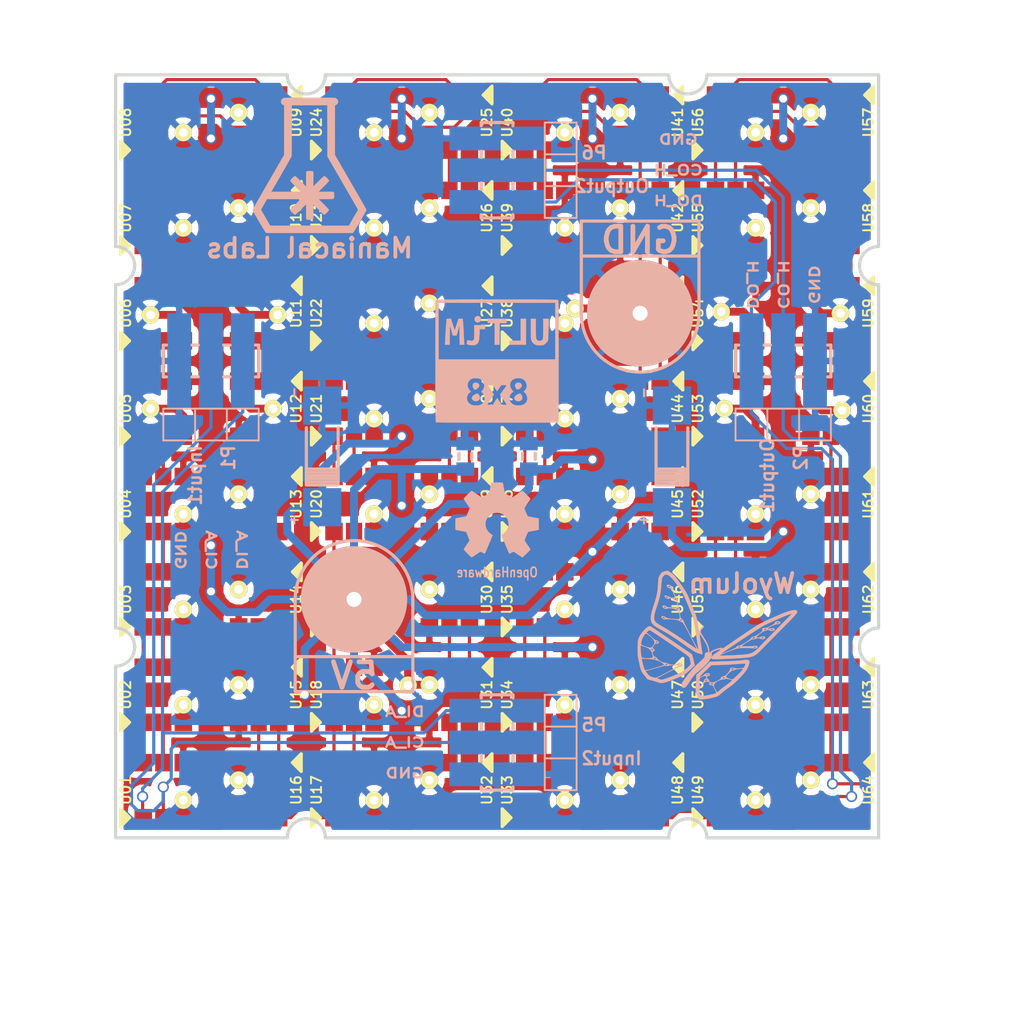
<source format=kicad_pcb>
(kicad_pcb (version 4) (host pcbnew 4.0.2-4+6225~38~ubuntu15.04.1-stable)
  (layers (0 Front signal) (31 Back signal) (34 B.Paste user) (35 F.Paste user) (36 B.SilkS user) (37 F.SilkS user) (38 B.Mask user) (39 F.Mask user) (44 Edge.Cuts user))
  (net 0 "")
  (net 1 /Row_A/DI_A)
  (net 2 /Row_H/DO_H)
  (net 3 GND)
  (net 4 /Row_A/5V)
  (net 5 /Row_A/CI_A)
  (net 6 /Row_H/CO_H)
  (net 7 /Row_A/CI_B)
  (net 8 /Row_A/DI_B)
  (net 9 /Row_B/CI_C)
  (net 10 /Row_B/DI_C)
  (net 11 /Row_C/CI_D)
  (net 12 /Row_C/DI_D)
  (net 13 /Row_D/CI_E)
  (net 14 /Row_D/DI_E)
  (net 15 /Row_E/CI_F)
  (net 16 /Row_E/DI_F)
  (net 17 /Row_F/CI_G)
  (net 18 /Row_F/DI_G)
  (net 19 /Row_G/CI_H)
  (net 20 /Row_G/DI_H)
  (net 21 "Net-(U01-Pad5)")
  (net 22 "Net-(U01-Pad6)")
  (net 23 "Net-(U02-Pad5)")
  (net 24 "Net-(U02-Pad6)")
  (net 25 "Net-(U03-Pad5)")
  (net 26 "Net-(U03-Pad6)")
  (net 27 "Net-(U04-Pad5)")
  (net 28 "Net-(U04-Pad6)")
  (net 29 "Net-(U05-Pad5)")
  (net 30 "Net-(U05-Pad6)")
  (net 31 "Net-(U06-Pad5)")
  (net 32 "Net-(U06-Pad6)")
  (net 33 "Net-(U07-Pad5)")
  (net 34 "Net-(U07-Pad6)")
  (net 35 "Net-(U09-Pad5)")
  (net 36 "Net-(U09-Pad6)")
  (net 37 "Net-(U10-Pad5)")
  (net 38 "Net-(U10-Pad6)")
  (net 39 "Net-(U11-Pad5)")
  (net 40 "Net-(U11-Pad6)")
  (net 41 "Net-(U12-Pad5)")
  (net 42 "Net-(U12-Pad6)")
  (net 43 "Net-(U13-Pad5)")
  (net 44 "Net-(U13-Pad6)")
  (net 45 "Net-(U14-Pad5)")
  (net 46 "Net-(U14-Pad6)")
  (net 47 "Net-(U15-Pad5)")
  (net 48 "Net-(U15-Pad6)")
  (net 49 "Net-(U17-Pad5)")
  (net 50 "Net-(U17-Pad6)")
  (net 51 "Net-(U18-Pad5)")
  (net 52 "Net-(U18-Pad6)")
  (net 53 "Net-(U19-Pad5)")
  (net 54 "Net-(U19-Pad6)")
  (net 55 "Net-(U20-Pad5)")
  (net 56 "Net-(U20-Pad6)")
  (net 57 "Net-(U21-Pad5)")
  (net 58 "Net-(U21-Pad6)")
  (net 59 "Net-(U22-Pad5)")
  (net 60 "Net-(U22-Pad6)")
  (net 61 "Net-(U23-Pad5)")
  (net 62 "Net-(U23-Pad6)")
  (net 63 "Net-(U25-Pad5)")
  (net 64 "Net-(U25-Pad6)")
  (net 65 "Net-(U26-Pad5)")
  (net 66 "Net-(U26-Pad6)")
  (net 67 "Net-(U27-Pad5)")
  (net 68 "Net-(U27-Pad6)")
  (net 69 "Net-(U28-Pad5)")
  (net 70 "Net-(U28-Pad6)")
  (net 71 "Net-(U29-Pad5)")
  (net 72 "Net-(U29-Pad6)")
  (net 73 "Net-(U30-Pad5)")
  (net 74 "Net-(U30-Pad6)")
  (net 75 "Net-(U31-Pad5)")
  (net 76 "Net-(U31-Pad6)")
  (net 77 "Net-(U33-Pad5)")
  (net 78 "Net-(U33-Pad6)")
  (net 79 "Net-(U34-Pad5)")
  (net 80 "Net-(U34-Pad6)")
  (net 81 "Net-(U35-Pad5)")
  (net 82 "Net-(U35-Pad6)")
  (net 83 "Net-(U36-Pad5)")
  (net 84 "Net-(U36-Pad6)")
  (net 85 "Net-(U37-Pad5)")
  (net 86 "Net-(U37-Pad6)")
  (net 87 "Net-(U38-Pad5)")
  (net 88 "Net-(U38-Pad6)")
  (net 89 "Net-(U39-Pad5)")
  (net 90 "Net-(U39-Pad6)")
  (net 91 "Net-(U41-Pad5)")
  (net 92 "Net-(U41-Pad6)")
  (net 93 "Net-(U42-Pad5)")
  (net 94 "Net-(U42-Pad6)")
  (net 95 "Net-(U43-Pad5)")
  (net 96 "Net-(U43-Pad6)")
  (net 97 "Net-(U44-Pad5)")
  (net 98 "Net-(U44-Pad6)")
  (net 99 "Net-(U45-Pad5)")
  (net 100 "Net-(U45-Pad6)")
  (net 101 "Net-(U46-Pad5)")
  (net 102 "Net-(U46-Pad6)")
  (net 103 "Net-(U47-Pad5)")
  (net 104 "Net-(U47-Pad6)")
  (net 105 "Net-(U49-Pad5)")
  (net 106 "Net-(U49-Pad6)")
  (net 107 "Net-(U50-Pad5)")
  (net 108 "Net-(U50-Pad6)")
  (net 109 "Net-(U51-Pad5)")
  (net 110 "Net-(U51-Pad6)")
  (net 111 "Net-(U52-Pad5)")
  (net 112 "Net-(U52-Pad6)")
  (net 113 "Net-(U53-Pad5)")
  (net 114 "Net-(U53-Pad6)")
  (net 115 "Net-(U54-Pad5)")
  (net 116 "Net-(U54-Pad6)")
  (net 117 "Net-(U55-Pad5)")
  (net 118 "Net-(U55-Pad6)")
  (net 119 "Net-(U57-Pad5)")
  (net 120 "Net-(U57-Pad6)")
  (net 121 "Net-(U58-Pad5)")
  (net 122 "Net-(U58-Pad6)")
  (net 123 "Net-(U59-Pad5)")
  (net 124 "Net-(U59-Pad6)")
  (net 125 "Net-(U60-Pad5)")
  (net 126 "Net-(U60-Pad6)")
  (net 127 "Net-(U61-Pad5)")
  (net 128 "Net-(U61-Pad6)")
  (net 129 "Net-(U62-Pad5)")
  (net 130 "Net-(U62-Pad6)")
  (net 131 "Net-(U63-Pad5)")
  (net 132 "Net-(U63-Pad6)")
  (module ultim8x8_libs:logo_ultim8x8 (layer Back) (at 59.69 52.07 180)
    (fp_text reference L1 hide)
    (fp_text value ULTiM8x8 hide)
  )
  (module ultim8x8_libs:PowerIn_stud (layer Back) (at 48.26 71.12)
    (fp_text reference P3 hide)
    (fp_text value 5V (at 0 6.096) (layer B.SilkS) (effects (font (size 2.032 2.032) (thickness 0.381)) (justify mirror)))
    (pad 1 thru_hole circle (at 0 0) (size 8.5 8.5) (drill 1.2) (layers Back B.SilkS B.Mask) (net 4 /Row_A/5V))
  )
  (module ultim8x8_libs:PowerIn_stud (layer Back) (at 71.12 48.26 180)
    (fp_text reference P4 hide)
    (fp_text value GND (at 0 5.842 180) (layer B.SilkS) (effects (font (size 2.032 2.032) (thickness 0.381)) (justify mirror)))
    (pad 1 thru_hole circle (at 0 0 180) (size 8.5 8.5) (drill 1.2) (layers Back B.SilkS B.Mask) (net 3 GND))
  )
  (module ultim8x8_libs:c_0805 (layer Back) (at 62.23 59.69 90)
    (fp_text reference C3 hide)
    (fp_text value 100nF hide)
    (pad 1 smd rect (at 1.016 0 90) (size 1.0668 1.4224) (layers Back B.Paste B.Mask) (net 3 GND))
    (pad 2 smd rect (at -1.016 0 90) (size 1.0668 1.4224) (layers Back B.Paste B.Mask) (net 4 /Row_A/5V))
  )
  (module ultim8x8_libs:c_0805 (layer Back) (at 57.15 59.69 90)
    (fp_text reference C1 hide)
    (fp_text value 100nF hide)
    (pad 1 smd rect (at 1.016 0 90) (size 1.0668 1.4224) (layers Back B.Paste B.Mask) (net 3 GND))
    (pad 2 smd rect (at -1.016 0 90) (size 1.0668 1.4224) (layers Back B.Paste B.Mask) (net 4 /Row_A/5V))
  )
  (module ultim8x8_libs:c_2917 (layer Back) (at 45.72 59.69 270)
    (fp_text reference C2 hide)
    (fp_text value "47uF 20V" hide)
    (fp_text user - (at -5.08 2.286 270) (layer B.SilkS) (effects (font (size 0.762 0.762) (thickness 0.1524)) (justify mirror)))
    (fp_text user + (at 5.08 2.286 270) (layer B.SilkS) (effects (font (size 0.762 0.762) (thickness 0.1524)) (justify mirror)))
    (pad 1 smd rect (at 4.064 0 270) (size 3.048 3.048) (layers Back B.Paste B.Mask) (net 4 /Row_A/5V))
    (pad 2 smd rect (at -4.064 0 270) (size 3.048 3.048) (layers Back B.Paste B.Mask) (net 3 GND))
  )
  (module ultim8x8_libs:c_2917 (layer Back) (at 73.66 59.69 270)
    (fp_text reference C4 hide)
    (fp_text value "47uF 20V" hide)
    (fp_text user - (at -5.08 2.286 270) (layer B.SilkS) (effects (font (size 0.762 0.762) (thickness 0.1524)) (justify mirror)))
    (fp_text user + (at 5.08 2.286 270) (layer B.SilkS) (effects (font (size 0.762 0.762) (thickness 0.1524)) (justify mirror)))
    (pad 1 smd rect (at 4.064 0 270) (size 3.048 3.048) (layers Back B.Paste B.Mask) (net 4 /Row_A/5V))
    (pad 2 smd rect (at -4.064 0 270) (size 3.048 3.048) (layers Back B.Paste B.Mask) (net 3 GND))
  )
  (module ultim8x8_libs:header_3pos_smd_male (layer Back) (at 59.69 36.83 270)
    (fp_text reference P6 (at -1.397 -7.747 360) (layer B.SilkS) (effects (font (size 1.016 1.016) (thickness 0.2032)) (justify mirror)))
    (fp_text value Output2 (at 1.27 -9.144 360) (layer B.SilkS) (effects (font (size 1.016 1.016) (thickness 0.2032)) (justify mirror)))
    (pad 1 smd rect (at -2.54 0 270) (size 1.905 7.62) (layers Back B.Paste B.Mask) (net 3 GND))
    (pad 2 smd rect (at 0 0 270) (size 1.905 7.62) (layers Back B.Paste B.Mask) (net 6 /Row_H/CO_H))
    (pad 3 smd rect (at 2.54 0 270) (size 1.905 7.62) (layers Back B.Paste B.Mask) (net 2 /Row_H/DO_H))
  )
  (module ultim8x8_libs:header_3pos_smd_male (layer Back) (at 59.69 82.55 270)
    (fp_text reference P5 (at -1.397 -7.747 360) (layer B.SilkS) (effects (font (size 1.016 1.016) (thickness 0.2032)) (justify mirror)))
    (fp_text value Input2 (at 1.27 -9.144 360) (layer B.SilkS) (effects (font (size 1.016 1.016) (thickness 0.2032)) (justify mirror)))
    (pad 1 smd rect (at -2.54 0 270) (size 1.905 7.62) (layers Back B.Paste B.Mask) (net 1 /Row_A/DI_A))
    (pad 2 smd rect (at 0 0 270) (size 1.905 7.62) (layers Back B.Paste B.Mask) (net 5 /Row_A/CI_A))
    (pad 3 smd rect (at 2.54 0 270) (size 1.905 7.62) (layers Back B.Paste B.Mask) (net 3 GND))
  )
  (module ultim8x8_libs:header_3pos_smd_male (layer Back) (at 82.55 52.07 180)
    (fp_text reference P2 (at -1.397 -7.747 270) (layer B.SilkS) (effects (font (size 1.016 1.016) (thickness 0.2032)) (justify mirror)))
    (fp_text value Output1 (at 1.27 -9.144 270) (layer B.SilkS) (effects (font (size 1.016 1.016) (thickness 0.2032)) (justify mirror)))
    (pad 1 smd rect (at -2.54 0 180) (size 1.905 7.62) (layers Back B.Paste B.Mask) (net 3 GND))
    (pad 2 smd rect (at 0 0 180) (size 1.905 7.62) (layers Back B.Paste B.Mask) (net 6 /Row_H/CO_H))
    (pad 3 smd rect (at 2.54 0 180) (size 1.905 7.62) (layers Back B.Paste B.Mask) (net 2 /Row_H/DO_H))
  )
  (module ultim8x8_libs:header_3pos_smd_male (layer Back) (at 36.83 52.07 180)
    (fp_text reference P1 (at -1.397 -7.747 270) (layer B.SilkS) (effects (font (size 1.016 1.016) (thickness 0.2032)) (justify mirror)))
    (fp_text value Input1 (at 1.27 -9.144 270) (layer B.SilkS) (effects (font (size 1.016 1.016) (thickness 0.2032)) (justify mirror)))
    (pad 1 smd rect (at -2.54 0 180) (size 1.905 7.62) (layers Back B.Paste B.Mask) (net 1 /Row_A/DI_A))
    (pad 2 smd rect (at 0 0 180) (size 1.905 7.62) (layers Back B.Paste B.Mask) (net 5 /Row_A/CI_A))
    (pad 3 smd rect (at 2.54 0 180) (size 1.905 7.62) (layers Back B.Paste B.Mask) (net 3 GND))
  )
  (module ultim8x8_libs:OSHW_6mm (layer Back) (at 59.69 64.77 180)
    (fp_text reference L2 hide)
    (fp_text value OSHW hide)
    (fp_text user OpenHardware (at 0 -4.191 180) (layer B.SilkS) (effects (font (size 0.762 0.6096) (thickness 0.127)) (justify mirror)))
  )
  (module ultim8x8_libs:logo_wyo_butterfly (layer Back) (at 76.2 74.93 180)
    (fp_text reference L3 hide)
    (fp_text value Wyolum (at -3.048 5.08 180) (layer B.SilkS) (effects (font (thickness 0.3)) (justify mirror)))
  )
  (module ultim8x8_libs:logo_MLlabs (layer Back) (at 44.704 36.449 180)
    (fp_text reference L4 hide)
    (fp_text value "Maniacal Labs" (at 0 -6.604 180) (layer B.SilkS) (effects (font (thickness 0.3)) (justify mirror)))
  )
  (module ultim8x8_libs:APA102_U05 (layer Front) (at 33.02 55.88)
    (fp_text reference U05 (at -3 0 90) (layer F.SilkS) (effects (font (size 0.8 0.8))))
    (fp_text value APA102 hide)
    (pad 3 smd rect (at 1.6 2.2 90) (size 1.4 1.4) (layers Front F.Paste F.Mask) (net 3 GND) (clearance 0.1))
    (pad 4 smd rect (at 1.6 -2.2 90) (size 1.4 1.4) (layers Front F.Paste F.Mask) (net 4 /Row_A/5V) (clearance 0.1))
    (pad 5 smd rect (at 0 -2.2 90) (size 1.4 1.3) (layers Front F.Paste F.Mask) (net 29 "Net-(U05-Pad5)") (clearance 0.1))
    (pad 2 smd rect (at 0 2.2 90) (size 1.4 1.3) (layers Front F.Paste F.Mask) (net 27 "Net-(U04-Pad5)") (clearance 0.1))
    (pad 1 smd rect (at -1.6 2.2 90) (size 1.4 1.4) (layers Front F.Paste F.Mask) (net 28 "Net-(U04-Pad6)") (clearance 0.1))
    (pad 6 smd rect (at -1.6 -2.2 90) (size 1.4 1.4) (layers Front F.Paste F.Mask) (net 30 "Net-(U05-Pad6)") (clearance 0.1))
    (pad 3 thru_hole circle (at -1.016 0) (size 1.4 1.4) (drill 0.7) (layers *.Cu *.Mask F.SilkS) (net 3 GND))
  )
  (module ultim8x8_libs:APA102_U06 (layer Front) (at 33.02 48.26)
    (fp_text reference U06 (at -3 0 90) (layer F.SilkS) (effects (font (size 0.8 0.8))))
    (fp_text value APA102 hide)
    (pad 3 smd rect (at 1.6 2.2 90) (size 1.4 1.4) (layers Front F.Paste F.Mask) (net 3 GND) (clearance 0.1))
    (pad 4 smd rect (at 1.6 -2.2 90) (size 1.4 1.4) (layers Front F.Paste F.Mask) (net 4 /Row_A/5V) (clearance 0.1))
    (pad 5 smd rect (at 0 -2.2 90) (size 1.4 1.3) (layers Front F.Paste F.Mask) (net 31 "Net-(U06-Pad5)") (clearance 0.1))
    (pad 2 smd rect (at 0 2.2 90) (size 1.4 1.3) (layers Front F.Paste F.Mask) (net 29 "Net-(U05-Pad5)") (clearance 0.1))
    (pad 1 smd rect (at -1.6 2.2 90) (size 1.4 1.4) (layers Front F.Paste F.Mask) (net 30 "Net-(U05-Pad6)") (clearance 0.1))
    (pad 6 smd rect (at -1.6 -2.2 90) (size 1.4 1.4) (layers Front F.Paste F.Mask) (net 32 "Net-(U06-Pad6)") (clearance 0.1))
    (pad 3 thru_hole circle (at -1.016 0.127) (size 1.4 1.4) (drill 0.7) (layers *.Cu *.Mask F.SilkS) (net 3 GND))
  )
  (module ultim8x8_libs:APA102_U11 (layer Front) (at 40.64 48.26 180)
    (fp_text reference U11 (at -3 0 270) (layer F.SilkS) (effects (font (size 0.8 0.8))))
    (fp_text value APA102 hide)
    (pad 3 smd rect (at 1.6 2.2 270) (size 1.4 1.4) (layers Front F.Paste F.Mask) (net 3 GND) (clearance 0.1))
    (pad 4 smd rect (at 1.6 -2.2 270) (size 1.4 1.4) (layers Front F.Paste F.Mask) (net 4 /Row_A/5V) (clearance 0.1))
    (pad 5 smd rect (at 0 -2.2 270) (size 1.4 1.3) (layers Front F.Paste F.Mask) (net 39 "Net-(U11-Pad5)") (clearance 0.1))
    (pad 2 smd rect (at 0 2.2 270) (size 1.4 1.3) (layers Front F.Paste F.Mask) (net 37 "Net-(U10-Pad5)") (clearance 0.1))
    (pad 1 smd rect (at -1.6 2.2 270) (size 1.4 1.4) (layers Front F.Paste F.Mask) (net 38 "Net-(U10-Pad6)") (clearance 0.1))
    (pad 6 smd rect (at -1.6 -2.2 270) (size 1.4 1.4) (layers Front F.Paste F.Mask) (net 40 "Net-(U11-Pad6)") (clearance 0.1))
    (pad 3 thru_hole circle (at -1.524 -0.127 180) (size 1.4 1.4) (drill 0.7) (layers *.Cu *.Mask F.SilkS) (net 3 GND))
  )
  (module ultim8x8_libs:APA102_U12 (layer Front) (at 40.64 55.88 180)
    (fp_text reference U12 (at -3 0 270) (layer F.SilkS) (effects (font (size 0.8 0.8))))
    (fp_text value APA102 hide)
    (pad 3 smd rect (at 1.6 2.2 270) (size 1.4 1.4) (layers Front F.Paste F.Mask) (net 3 GND) (clearance 0.1))
    (pad 4 smd rect (at 1.6 -2.2 270) (size 1.4 1.4) (layers Front F.Paste F.Mask) (net 4 /Row_A/5V) (clearance 0.1))
    (pad 5 smd rect (at 0 -2.2 270) (size 1.4 1.3) (layers Front F.Paste F.Mask) (net 41 "Net-(U12-Pad5)") (clearance 0.1))
    (pad 2 smd rect (at 0 2.2 270) (size 1.4 1.3) (layers Front F.Paste F.Mask) (net 39 "Net-(U11-Pad5)") (clearance 0.1))
    (pad 1 smd rect (at -1.6 2.2 270) (size 1.4 1.4) (layers Front F.Paste F.Mask) (net 40 "Net-(U11-Pad6)") (clearance 0.1))
    (pad 6 smd rect (at -1.6 -2.2 270) (size 1.4 1.4) (layers Front F.Paste F.Mask) (net 42 "Net-(U12-Pad6)") (clearance 0.1))
    (pad 3 thru_hole circle (at -1.143 0 180) (size 1.4 1.4) (drill 0.7) (layers *.Cu *.Mask F.SilkS) (net 3 GND))
  )
  (module ultim8x8_libs:APA102_U19 (layer Front) (at 48.26 71.12)
    (fp_text reference U19 (at -3 0 90) (layer F.SilkS) (effects (font (size 0.8 0.8))))
    (fp_text value APA102 hide)
    (pad 3 smd rect (at 1.6 2.2 90) (size 1.4 1.4) (layers Front F.Paste F.Mask) (net 3 GND) (clearance 0.1))
    (pad 4 smd rect (at 1.6 -2.2 90) (size 1.4 1.4) (layers Front F.Paste F.Mask) (net 4 /Row_A/5V) (clearance 0.1))
    (pad 5 smd rect (at 0 -2.2 90) (size 1.4 1.3) (layers Front F.Paste F.Mask) (net 53 "Net-(U19-Pad5)") (clearance 0.1))
    (pad 2 smd rect (at 0 2.2 90) (size 1.4 1.3) (layers Front F.Paste F.Mask) (net 51 "Net-(U18-Pad5)") (clearance 0.1))
    (pad 1 smd rect (at -1.6 2.2 90) (size 1.4 1.4) (layers Front F.Paste F.Mask) (net 52 "Net-(U18-Pad6)") (clearance 0.1))
    (pad 6 smd rect (at -1.6 -2.2 90) (size 1.4 1.4) (layers Front F.Paste F.Mask) (net 54 "Net-(U19-Pad6)") (clearance 0.1))
    (pad 3 thru_hole circle (at 4.318 6.858) (size 1.4 1.4) (drill 0.7) (layers *.Cu *.Mask F.SilkS) (net 3 GND))
  )
  (module ultim8x8_libs:APA102_U38 (layer Front) (at 63.5 48.26)
    (fp_text reference U38 (at -3 0 90) (layer F.SilkS) (effects (font (size 0.8 0.8))))
    (fp_text value APA102 hide)
    (pad 3 smd rect (at 1.6 2.2 90) (size 1.4 1.4) (layers Front F.Paste F.Mask) (net 3 GND) (clearance 0.1))
    (pad 4 smd rect (at 1.6 -2.2 90) (size 1.4 1.4) (layers Front F.Paste F.Mask) (net 4 /Row_A/5V) (clearance 0.1))
    (pad 5 smd rect (at 0 -2.2 90) (size 1.4 1.3) (layers Front F.Paste F.Mask) (net 87 "Net-(U38-Pad5)") (clearance 0.1))
    (pad 2 smd rect (at 0 2.2 90) (size 1.4 1.3) (layers Front F.Paste F.Mask) (net 85 "Net-(U37-Pad5)") (clearance 0.1))
    (pad 1 smd rect (at -1.6 2.2 90) (size 1.4 1.4) (layers Front F.Paste F.Mask) (net 86 "Net-(U37-Pad6)") (clearance 0.1))
    (pad 6 smd rect (at -1.6 -2.2 90) (size 1.4 1.4) (layers Front F.Paste F.Mask) (net 88 "Net-(U38-Pad6)") (clearance 0.1))
    (pad 3 thru_hole circle (at 1.6 0.8) (size 1.4 1.4) (drill 0.7) (layers *.Cu *.Mask F.SilkS) (net 3 GND))
  )
  (module ultim8x8_libs:APA102_U43 (layer Front) (at 71.12 48.26 180)
    (fp_text reference U43 (at -3 0 270) (layer F.SilkS) (effects (font (size 0.8 0.8))))
    (fp_text value APA102 hide)
    (pad 3 smd rect (at 1.6 2.2 270) (size 1.4 1.4) (layers Front F.Paste F.Mask) (net 3 GND) (clearance 0.1))
    (pad 4 smd rect (at 1.6 -2.2 270) (size 1.4 1.4) (layers Front F.Paste F.Mask) (net 4 /Row_A/5V) (clearance 0.1))
    (pad 5 smd rect (at 0 -2.2 270) (size 1.4 1.3) (layers Front F.Paste F.Mask) (net 95 "Net-(U43-Pad5)") (clearance 0.1))
    (pad 2 smd rect (at 0 2.2 270) (size 1.4 1.3) (layers Front F.Paste F.Mask) (net 93 "Net-(U42-Pad5)") (clearance 0.1))
    (pad 1 smd rect (at -1.6 2.2 270) (size 1.4 1.4) (layers Front F.Paste F.Mask) (net 94 "Net-(U42-Pad6)") (clearance 0.1))
    (pad 6 smd rect (at -1.6 -2.2 270) (size 1.4 1.4) (layers Front F.Paste F.Mask) (net 96 "Net-(U43-Pad6)") (clearance 0.1))
    (pad 3 thru_hole circle (at 5.207 0.381 180) (size 1.4 1.4) (drill 0.7) (layers *.Cu *.Mask F.SilkS) (net 3 GND))
  )
  (module ultim8x8_libs:APA102_U53 (layer Front) (at 78.74 55.88)
    (fp_text reference U53 (at -3 0 90) (layer F.SilkS) (effects (font (size 0.8 0.8))))
    (fp_text value APA102 hide)
    (pad 3 smd rect (at 1.6 2.2 90) (size 1.4 1.4) (layers Front F.Paste F.Mask) (net 3 GND) (clearance 0.1))
    (pad 4 smd rect (at 1.6 -2.2 90) (size 1.4 1.4) (layers Front F.Paste F.Mask) (net 4 /Row_A/5V) (clearance 0.1))
    (pad 5 smd rect (at 0 -2.2 90) (size 1.4 1.3) (layers Front F.Paste F.Mask) (net 113 "Net-(U53-Pad5)") (clearance 0.1))
    (pad 2 smd rect (at 0 2.2 90) (size 1.4 1.3) (layers Front F.Paste F.Mask) (net 111 "Net-(U52-Pad5)") (clearance 0.1))
    (pad 1 smd rect (at -1.6 2.2 90) (size 1.4 1.4) (layers Front F.Paste F.Mask) (net 112 "Net-(U52-Pad6)") (clearance 0.1))
    (pad 6 smd rect (at -1.6 -2.2 90) (size 1.4 1.4) (layers Front F.Paste F.Mask) (net 114 "Net-(U53-Pad6)") (clearance 0.1))
    (pad 3 thru_hole circle (at -0.889 0) (size 1.4 1.4) (drill 0.7) (layers *.Cu *.Mask F.SilkS) (net 3 GND))
  )
  (module ultim8x8_libs:APA102_U54 (layer Front) (at 78.74 48.26)
    (fp_text reference U54 (at -3 0 90) (layer F.SilkS) (effects (font (size 0.8 0.8))))
    (fp_text value APA102 hide)
    (pad 3 smd rect (at 1.6 2.2 90) (size 1.4 1.4) (layers Front F.Paste F.Mask) (net 3 GND) (clearance 0.1))
    (pad 4 smd rect (at 1.6 -2.2 90) (size 1.4 1.4) (layers Front F.Paste F.Mask) (net 4 /Row_A/5V) (clearance 0.1))
    (pad 5 smd rect (at 0 -2.2 90) (size 1.4 1.3) (layers Front F.Paste F.Mask) (net 115 "Net-(U54-Pad5)") (clearance 0.1))
    (pad 2 smd rect (at 0 2.2 90) (size 1.4 1.3) (layers Front F.Paste F.Mask) (net 113 "Net-(U53-Pad5)") (clearance 0.1))
    (pad 1 smd rect (at -1.6 2.2 90) (size 1.4 1.4) (layers Front F.Paste F.Mask) (net 114 "Net-(U53-Pad6)") (clearance 0.1))
    (pad 6 smd rect (at -1.6 -2.2 90) (size 1.4 1.4) (layers Front F.Paste F.Mask) (net 116 "Net-(U54-Pad6)") (clearance 0.1))
    (pad 3 thru_hole circle (at -1.143 -0.127) (size 1.4 1.4) (drill 0.7) (layers *.Cu *.Mask F.SilkS) (net 3 GND))
  )
  (module ultim8x8_libs:APA102_U59 (layer Front) (at 86.36 48.26 180)
    (fp_text reference U59 (at -3 0 270) (layer F.SilkS) (effects (font (size 0.8 0.8))))
    (fp_text value APA102 hide)
    (pad 3 smd rect (at 1.6 2.2 270) (size 1.4 1.4) (layers Front F.Paste F.Mask) (net 3 GND) (clearance 0.1))
    (pad 4 smd rect (at 1.6 -2.2 270) (size 1.4 1.4) (layers Front F.Paste F.Mask) (net 4 /Row_A/5V) (clearance 0.1))
    (pad 5 smd rect (at 0 -2.2 270) (size 1.4 1.3) (layers Front F.Paste F.Mask) (net 123 "Net-(U59-Pad5)") (clearance 0.1))
    (pad 2 smd rect (at 0 2.2 270) (size 1.4 1.3) (layers Front F.Paste F.Mask) (net 121 "Net-(U58-Pad5)") (clearance 0.1))
    (pad 1 smd rect (at -1.6 2.2 270) (size 1.4 1.4) (layers Front F.Paste F.Mask) (net 122 "Net-(U58-Pad6)") (clearance 0.1))
    (pad 6 smd rect (at -1.6 -2.2 270) (size 1.4 1.4) (layers Front F.Paste F.Mask) (net 124 "Net-(U59-Pad6)") (clearance 0.1))
    (pad 3 thru_hole circle (at -0.762 0 180) (size 1.4 1.4) (drill 0.7) (layers *.Cu *.Mask F.SilkS) (net 3 GND))
  )
  (module ultim8x8_libs:APA102_U60 (layer Front) (at 86.36 55.88 180)
    (fp_text reference U60 (at -3 0 270) (layer F.SilkS) (effects (font (size 0.8 0.8))))
    (fp_text value APA102 hide)
    (pad 3 smd rect (at 1.6 2.2 270) (size 1.4 1.4) (layers Front F.Paste F.Mask) (net 3 GND) (clearance 0.1))
    (pad 4 smd rect (at 1.6 -2.2 270) (size 1.4 1.4) (layers Front F.Paste F.Mask) (net 4 /Row_A/5V) (clearance 0.1))
    (pad 5 smd rect (at 0 -2.2 270) (size 1.4 1.3) (layers Front F.Paste F.Mask) (net 125 "Net-(U60-Pad5)") (clearance 0.1))
    (pad 2 smd rect (at 0 2.2 270) (size 1.4 1.3) (layers Front F.Paste F.Mask) (net 123 "Net-(U59-Pad5)") (clearance 0.1))
    (pad 1 smd rect (at -1.6 2.2 270) (size 1.4 1.4) (layers Front F.Paste F.Mask) (net 124 "Net-(U59-Pad6)") (clearance 0.1))
    (pad 6 smd rect (at -1.6 -2.2 270) (size 1.4 1.4) (layers Front F.Paste F.Mask) (net 126 "Net-(U60-Pad6)") (clearance 0.1))
    (pad 3 thru_hole circle (at -0.889 -0.127 180) (size 1.4 1.4) (drill 0.7) (layers *.Cu *.Mask F.SilkS) (net 3 GND))
  )
  (module ultim8x8_libs:APA102 (layer Front) (at 86.36 86.36 180)
    (fp_text reference U64 (at -3 0 270) (layer F.SilkS) (effects (font (size 0.8 0.8))))
    (fp_text value APA102 hide)
    (pad 3 smd rect (at 1.6 2.2 270) (size 1.4 1.4) (layers Front F.Paste F.Mask) (net 3 GND) (clearance 0.1))
    (pad 4 smd rect (at 1.6 -2.2 270) (size 1.4 1.4) (layers Front F.Paste F.Mask) (net 4 /Row_A/5V) (clearance 0.1))
    (pad 5 smd rect (at 0 -2.2 270) (size 1.4 1.3) (layers Front F.Paste F.Mask) (net 6 /Row_H/CO_H) (clearance 0.1))
    (pad 2 smd rect (at 0 2.2 270) (size 1.4 1.3) (layers Front F.Paste F.Mask) (net 131 "Net-(U63-Pad5)") (clearance 0.1))
    (pad 1 smd rect (at -1.6 2.2 270) (size 1.4 1.4) (layers Front F.Paste F.Mask) (net 132 "Net-(U63-Pad6)") (clearance 0.1))
    (pad 6 smd rect (at -1.6 -2.2 270) (size 1.4 1.4) (layers Front F.Paste F.Mask) (net 2 /Row_H/DO_H) (clearance 0.1))
    (pad 3 thru_hole circle (at 1.6 0.8 180) (size 1.4 1.4) (drill 0.7) (layers *.Cu *.Mask F.SilkS) (net 3 GND))
  )
  (module ultim8x8_libs:APA102 (layer Front) (at 78.74 86.36)
    (fp_text reference U49 (at -3 0 90) (layer F.SilkS) (effects (font (size 0.8 0.8))))
    (fp_text value APA102 hide)
    (pad 3 smd rect (at 1.6 2.2 90) (size 1.4 1.4) (layers Front F.Paste F.Mask) (net 3 GND) (clearance 0.1))
    (pad 4 smd rect (at 1.6 -2.2 90) (size 1.4 1.4) (layers Front F.Paste F.Mask) (net 4 /Row_A/5V) (clearance 0.1))
    (pad 5 smd rect (at 0 -2.2 90) (size 1.4 1.3) (layers Front F.Paste F.Mask) (net 105 "Net-(U49-Pad5)") (clearance 0.1))
    (pad 2 smd rect (at 0 2.2 90) (size 1.4 1.3) (layers Front F.Paste F.Mask) (net 17 /Row_F/CI_G) (clearance 0.1))
    (pad 1 smd rect (at -1.6 2.2 90) (size 1.4 1.4) (layers Front F.Paste F.Mask) (net 18 /Row_F/DI_G) (clearance 0.1))
    (pad 6 smd rect (at -1.6 -2.2 90) (size 1.4 1.4) (layers Front F.Paste F.Mask) (net 106 "Net-(U49-Pad6)") (clearance 0.1))
    (pad 3 thru_hole circle (at 1.6 0.8) (size 1.4 1.4) (drill 0.7) (layers *.Cu *.Mask F.SilkS) (net 3 GND))
  )
  (module ultim8x8_libs:APA102 (layer Front) (at 71.12 86.36 180)
    (fp_text reference U48 (at -3 0 270) (layer F.SilkS) (effects (font (size 0.8 0.8))))
    (fp_text value APA102 hide)
    (pad 3 smd rect (at 1.6 2.2 270) (size 1.4 1.4) (layers Front F.Paste F.Mask) (net 3 GND) (clearance 0.1))
    (pad 4 smd rect (at 1.6 -2.2 270) (size 1.4 1.4) (layers Front F.Paste F.Mask) (net 4 /Row_A/5V) (clearance 0.1))
    (pad 5 smd rect (at 0 -2.2 270) (size 1.4 1.3) (layers Front F.Paste F.Mask) (net 17 /Row_F/CI_G) (clearance 0.1))
    (pad 2 smd rect (at 0 2.2 270) (size 1.4 1.3) (layers Front F.Paste F.Mask) (net 103 "Net-(U47-Pad5)") (clearance 0.1))
    (pad 1 smd rect (at -1.6 2.2 270) (size 1.4 1.4) (layers Front F.Paste F.Mask) (net 104 "Net-(U47-Pad6)") (clearance 0.1))
    (pad 6 smd rect (at -1.6 -2.2 270) (size 1.4 1.4) (layers Front F.Paste F.Mask) (net 18 /Row_F/DI_G) (clearance 0.1))
    (pad 3 thru_hole circle (at 1.6 0.8 180) (size 1.4 1.4) (drill 0.7) (layers *.Cu *.Mask F.SilkS) (net 3 GND))
  )
  (module ultim8x8_libs:APA102 (layer Front) (at 63.5 86.36)
    (fp_text reference U33 (at -3 0 90) (layer F.SilkS) (effects (font (size 0.8 0.8))))
    (fp_text value APA102 hide)
    (pad 3 smd rect (at 1.6 2.2 90) (size 1.4 1.4) (layers Front F.Paste F.Mask) (net 3 GND) (clearance 0.1))
    (pad 4 smd rect (at 1.6 -2.2 90) (size 1.4 1.4) (layers Front F.Paste F.Mask) (net 4 /Row_A/5V) (clearance 0.1))
    (pad 5 smd rect (at 0 -2.2 90) (size 1.4 1.3) (layers Front F.Paste F.Mask) (net 77 "Net-(U33-Pad5)") (clearance 0.1))
    (pad 2 smd rect (at 0 2.2 90) (size 1.4 1.3) (layers Front F.Paste F.Mask) (net 13 /Row_D/CI_E) (clearance 0.1))
    (pad 1 smd rect (at -1.6 2.2 90) (size 1.4 1.4) (layers Front F.Paste F.Mask) (net 14 /Row_D/DI_E) (clearance 0.1))
    (pad 6 smd rect (at -1.6 -2.2 90) (size 1.4 1.4) (layers Front F.Paste F.Mask) (net 78 "Net-(U33-Pad6)") (clearance 0.1))
    (pad 3 thru_hole circle (at 1.6 0.8) (size 1.4 1.4) (drill 0.7) (layers *.Cu *.Mask F.SilkS) (net 3 GND))
  )
  (module ultim8x8_libs:APA102 (layer Front) (at 55.88 86.36 180)
    (fp_text reference U32 (at -3 0 270) (layer F.SilkS) (effects (font (size 0.8 0.8))))
    (fp_text value APA102 hide)
    (pad 3 smd rect (at 1.6 2.2 270) (size 1.4 1.4) (layers Front F.Paste F.Mask) (net 3 GND) (clearance 0.1))
    (pad 4 smd rect (at 1.6 -2.2 270) (size 1.4 1.4) (layers Front F.Paste F.Mask) (net 4 /Row_A/5V) (clearance 0.1))
    (pad 5 smd rect (at 0 -2.2 270) (size 1.4 1.3) (layers Front F.Paste F.Mask) (net 13 /Row_D/CI_E) (clearance 0.1))
    (pad 2 smd rect (at 0 2.2 270) (size 1.4 1.3) (layers Front F.Paste F.Mask) (net 75 "Net-(U31-Pad5)") (clearance 0.1))
    (pad 1 smd rect (at -1.6 2.2 270) (size 1.4 1.4) (layers Front F.Paste F.Mask) (net 76 "Net-(U31-Pad6)") (clearance 0.1))
    (pad 6 smd rect (at -1.6 -2.2 270) (size 1.4 1.4) (layers Front F.Paste F.Mask) (net 14 /Row_D/DI_E) (clearance 0.1))
    (pad 3 thru_hole circle (at 1.6 0.8 180) (size 1.4 1.4) (drill 0.7) (layers *.Cu *.Mask F.SilkS) (net 3 GND))
  )
  (module ultim8x8_libs:APA102 (layer Front) (at 48.26 86.36)
    (fp_text reference U17 (at -3 0 90) (layer F.SilkS) (effects (font (size 0.8 0.8))))
    (fp_text value APA102 hide)
    (pad 3 smd rect (at 1.6 2.2 90) (size 1.4 1.4) (layers Front F.Paste F.Mask) (net 3 GND) (clearance 0.1))
    (pad 4 smd rect (at 1.6 -2.2 90) (size 1.4 1.4) (layers Front F.Paste F.Mask) (net 4 /Row_A/5V) (clearance 0.1))
    (pad 5 smd rect (at 0 -2.2 90) (size 1.4 1.3) (layers Front F.Paste F.Mask) (net 49 "Net-(U17-Pad5)") (clearance 0.1))
    (pad 2 smd rect (at 0 2.2 90) (size 1.4 1.3) (layers Front F.Paste F.Mask) (net 9 /Row_B/CI_C) (clearance 0.1))
    (pad 1 smd rect (at -1.6 2.2 90) (size 1.4 1.4) (layers Front F.Paste F.Mask) (net 10 /Row_B/DI_C) (clearance 0.1))
    (pad 6 smd rect (at -1.6 -2.2 90) (size 1.4 1.4) (layers Front F.Paste F.Mask) (net 50 "Net-(U17-Pad6)") (clearance 0.1))
    (pad 3 thru_hole circle (at 1.6 0.8) (size 1.4 1.4) (drill 0.7) (layers *.Cu *.Mask F.SilkS) (net 3 GND))
  )
  (module ultim8x8_libs:APA102 (layer Front) (at 40.64 86.36 180)
    (fp_text reference U16 (at -3 0 270) (layer F.SilkS) (effects (font (size 0.8 0.8))))
    (fp_text value APA102 hide)
    (pad 3 smd rect (at 1.6 2.2 270) (size 1.4 1.4) (layers Front F.Paste F.Mask) (net 3 GND) (clearance 0.1))
    (pad 4 smd rect (at 1.6 -2.2 270) (size 1.4 1.4) (layers Front F.Paste F.Mask) (net 4 /Row_A/5V) (clearance 0.1))
    (pad 5 smd rect (at 0 -2.2 270) (size 1.4 1.3) (layers Front F.Paste F.Mask) (net 9 /Row_B/CI_C) (clearance 0.1))
    (pad 2 smd rect (at 0 2.2 270) (size 1.4 1.3) (layers Front F.Paste F.Mask) (net 47 "Net-(U15-Pad5)") (clearance 0.1))
    (pad 1 smd rect (at -1.6 2.2 270) (size 1.4 1.4) (layers Front F.Paste F.Mask) (net 48 "Net-(U15-Pad6)") (clearance 0.1))
    (pad 6 smd rect (at -1.6 -2.2 270) (size 1.4 1.4) (layers Front F.Paste F.Mask) (net 10 /Row_B/DI_C) (clearance 0.1))
    (pad 3 thru_hole circle (at 1.6 0.8 180) (size 1.4 1.4) (drill 0.7) (layers *.Cu *.Mask F.SilkS) (net 3 GND))
  )
  (module ultim8x8_libs:APA102 (layer Front) (at 33.02 86.36)
    (fp_text reference U01 (at -3 0 90) (layer F.SilkS) (effects (font (size 0.8 0.8))))
    (fp_text value APA102 hide)
    (pad 3 smd rect (at 1.6 2.2 90) (size 1.4 1.4) (layers Front F.Paste F.Mask) (net 3 GND) (clearance 0.1))
    (pad 4 smd rect (at 1.6 -2.2 90) (size 1.4 1.4) (layers Front F.Paste F.Mask) (net 4 /Row_A/5V) (clearance 0.1))
    (pad 5 smd rect (at 0 -2.2 90) (size 1.4 1.3) (layers Front F.Paste F.Mask) (net 21 "Net-(U01-Pad5)") (clearance 0.1))
    (pad 2 smd rect (at 0 2.2 90) (size 1.4 1.3) (layers Front F.Paste F.Mask) (net 5 /Row_A/CI_A) (clearance 0.1))
    (pad 1 smd rect (at -1.6 2.2 90) (size 1.4 1.4) (layers Front F.Paste F.Mask) (net 1 /Row_A/DI_A) (clearance 0.1))
    (pad 6 smd rect (at -1.6 -2.2 90) (size 1.4 1.4) (layers Front F.Paste F.Mask) (net 22 "Net-(U01-Pad6)") (clearance 0.1))
    (pad 3 thru_hole circle (at 1.6 0.8) (size 1.4 1.4) (drill 0.7) (layers *.Cu *.Mask F.SilkS) (net 3 GND))
  )
  (module ultim8x8_libs:APA102 (layer Front) (at 33.02 63.5)
    (fp_text reference U04 (at -3 0 90) (layer F.SilkS) (effects (font (size 0.8 0.8))))
    (fp_text value APA102 hide)
    (pad 3 smd rect (at 1.6 2.2 90) (size 1.4 1.4) (layers Front F.Paste F.Mask) (net 3 GND) (clearance 0.1))
    (pad 4 smd rect (at 1.6 -2.2 90) (size 1.4 1.4) (layers Front F.Paste F.Mask) (net 4 /Row_A/5V) (clearance 0.1))
    (pad 5 smd rect (at 0 -2.2 90) (size 1.4 1.3) (layers Front F.Paste F.Mask) (net 27 "Net-(U04-Pad5)") (clearance 0.1))
    (pad 2 smd rect (at 0 2.2 90) (size 1.4 1.3) (layers Front F.Paste F.Mask) (net 25 "Net-(U03-Pad5)") (clearance 0.1))
    (pad 1 smd rect (at -1.6 2.2 90) (size 1.4 1.4) (layers Front F.Paste F.Mask) (net 26 "Net-(U03-Pad6)") (clearance 0.1))
    (pad 6 smd rect (at -1.6 -2.2 90) (size 1.4 1.4) (layers Front F.Paste F.Mask) (net 28 "Net-(U04-Pad6)") (clearance 0.1))
    (pad 3 thru_hole circle (at 1.6 0.8) (size 1.4 1.4) (drill 0.7) (layers *.Cu *.Mask F.SilkS) (net 3 GND))
  )
  (module ultim8x8_libs:APA102 (layer Front) (at 33.02 78.74)
    (fp_text reference U02 (at -3 0 90) (layer F.SilkS) (effects (font (size 0.8 0.8))))
    (fp_text value APA102 hide)
    (pad 3 smd rect (at 1.6 2.2 90) (size 1.4 1.4) (layers Front F.Paste F.Mask) (net 3 GND) (clearance 0.1))
    (pad 4 smd rect (at 1.6 -2.2 90) (size 1.4 1.4) (layers Front F.Paste F.Mask) (net 4 /Row_A/5V) (clearance 0.1))
    (pad 5 smd rect (at 0 -2.2 90) (size 1.4 1.3) (layers Front F.Paste F.Mask) (net 23 "Net-(U02-Pad5)") (clearance 0.1))
    (pad 2 smd rect (at 0 2.2 90) (size 1.4 1.3) (layers Front F.Paste F.Mask) (net 21 "Net-(U01-Pad5)") (clearance 0.1))
    (pad 1 smd rect (at -1.6 2.2 90) (size 1.4 1.4) (layers Front F.Paste F.Mask) (net 22 "Net-(U01-Pad6)") (clearance 0.1))
    (pad 6 smd rect (at -1.6 -2.2 90) (size 1.4 1.4) (layers Front F.Paste F.Mask) (net 24 "Net-(U02-Pad6)") (clearance 0.1))
    (pad 3 thru_hole circle (at 1.6 0.8) (size 1.4 1.4) (drill 0.7) (layers *.Cu *.Mask F.SilkS) (net 3 GND))
  )
  (module ultim8x8_libs:APA102 (layer Front) (at 33.02 71.12)
    (fp_text reference U03 (at -3 0 90) (layer F.SilkS) (effects (font (size 0.8 0.8))))
    (fp_text value APA102 hide)
    (pad 3 smd rect (at 1.6 2.2 90) (size 1.4 1.4) (layers Front F.Paste F.Mask) (net 3 GND) (clearance 0.1))
    (pad 4 smd rect (at 1.6 -2.2 90) (size 1.4 1.4) (layers Front F.Paste F.Mask) (net 4 /Row_A/5V) (clearance 0.1))
    (pad 5 smd rect (at 0 -2.2 90) (size 1.4 1.3) (layers Front F.Paste F.Mask) (net 25 "Net-(U03-Pad5)") (clearance 0.1))
    (pad 2 smd rect (at 0 2.2 90) (size 1.4 1.3) (layers Front F.Paste F.Mask) (net 23 "Net-(U02-Pad5)") (clearance 0.1))
    (pad 1 smd rect (at -1.6 2.2 90) (size 1.4 1.4) (layers Front F.Paste F.Mask) (net 24 "Net-(U02-Pad6)") (clearance 0.1))
    (pad 6 smd rect (at -1.6 -2.2 90) (size 1.4 1.4) (layers Front F.Paste F.Mask) (net 26 "Net-(U03-Pad6)") (clearance 0.1))
    (pad 3 thru_hole circle (at 1.6 0.8) (size 1.4 1.4) (drill 0.7) (layers *.Cu *.Mask F.SilkS) (net 3 GND))
  )
  (module ultim8x8_libs:APA102 (layer Front) (at 33.02 40.64)
    (fp_text reference U07 (at -3 0 90) (layer F.SilkS) (effects (font (size 0.8 0.8))))
    (fp_text value APA102 hide)
    (pad 3 smd rect (at 1.6 2.2 90) (size 1.4 1.4) (layers Front F.Paste F.Mask) (net 3 GND) (clearance 0.1))
    (pad 4 smd rect (at 1.6 -2.2 90) (size 1.4 1.4) (layers Front F.Paste F.Mask) (net 4 /Row_A/5V) (clearance 0.1))
    (pad 5 smd rect (at 0 -2.2 90) (size 1.4 1.3) (layers Front F.Paste F.Mask) (net 33 "Net-(U07-Pad5)") (clearance 0.1))
    (pad 2 smd rect (at 0 2.2 90) (size 1.4 1.3) (layers Front F.Paste F.Mask) (net 31 "Net-(U06-Pad5)") (clearance 0.1))
    (pad 1 smd rect (at -1.6 2.2 90) (size 1.4 1.4) (layers Front F.Paste F.Mask) (net 32 "Net-(U06-Pad6)") (clearance 0.1))
    (pad 6 smd rect (at -1.6 -2.2 90) (size 1.4 1.4) (layers Front F.Paste F.Mask) (net 34 "Net-(U07-Pad6)") (clearance 0.1))
    (pad 3 thru_hole circle (at 1.6 0.8) (size 1.4 1.4) (drill 0.7) (layers *.Cu *.Mask F.SilkS) (net 3 GND))
  )
  (module ultim8x8_libs:APA102 (layer Front) (at 33.02 33.02)
    (fp_text reference U08 (at -3 0 90) (layer F.SilkS) (effects (font (size 0.8 0.8))))
    (fp_text value APA102 hide)
    (pad 3 smd rect (at 1.6 2.2 90) (size 1.4 1.4) (layers Front F.Paste F.Mask) (net 3 GND) (clearance 0.1))
    (pad 4 smd rect (at 1.6 -2.2 90) (size 1.4 1.4) (layers Front F.Paste F.Mask) (net 4 /Row_A/5V) (clearance 0.1))
    (pad 5 smd rect (at 0 -2.2 90) (size 1.4 1.3) (layers Front F.Paste F.Mask) (net 7 /Row_A/CI_B) (clearance 0.1))
    (pad 2 smd rect (at 0 2.2 90) (size 1.4 1.3) (layers Front F.Paste F.Mask) (net 33 "Net-(U07-Pad5)") (clearance 0.1))
    (pad 1 smd rect (at -1.6 2.2 90) (size 1.4 1.4) (layers Front F.Paste F.Mask) (net 34 "Net-(U07-Pad6)") (clearance 0.1))
    (pad 6 smd rect (at -1.6 -2.2 90) (size 1.4 1.4) (layers Front F.Paste F.Mask) (net 8 /Row_A/DI_B) (clearance 0.1))
    (pad 3 thru_hole circle (at 1.6 0.8) (size 1.4 1.4) (drill 0.7) (layers *.Cu *.Mask F.SilkS) (net 3 GND))
  )
  (module ultim8x8_libs:APA102 (layer Front) (at 40.64 33.02 180)
    (fp_text reference U09 (at -3 0 270) (layer F.SilkS) (effects (font (size 0.8 0.8))))
    (fp_text value APA102 hide)
    (pad 3 smd rect (at 1.6 2.2 270) (size 1.4 1.4) (layers Front F.Paste F.Mask) (net 3 GND) (clearance 0.1))
    (pad 4 smd rect (at 1.6 -2.2 270) (size 1.4 1.4) (layers Front F.Paste F.Mask) (net 4 /Row_A/5V) (clearance 0.1))
    (pad 5 smd rect (at 0 -2.2 270) (size 1.4 1.3) (layers Front F.Paste F.Mask) (net 35 "Net-(U09-Pad5)") (clearance 0.1))
    (pad 2 smd rect (at 0 2.2 270) (size 1.4 1.3) (layers Front F.Paste F.Mask) (net 7 /Row_A/CI_B) (clearance 0.1))
    (pad 1 smd rect (at -1.6 2.2 270) (size 1.4 1.4) (layers Front F.Paste F.Mask) (net 8 /Row_A/DI_B) (clearance 0.1))
    (pad 6 smd rect (at -1.6 -2.2 270) (size 1.4 1.4) (layers Front F.Paste F.Mask) (net 36 "Net-(U09-Pad6)") (clearance 0.1))
    (pad 3 thru_hole circle (at 1.6 0.8 180) (size 1.4 1.4) (drill 0.7) (layers *.Cu *.Mask F.SilkS) (net 3 GND))
  )
  (module ultim8x8_libs:APA102 (layer Front) (at 40.64 40.64 180)
    (fp_text reference U10 (at -3 0 270) (layer F.SilkS) (effects (font (size 0.8 0.8))))
    (fp_text value APA102 hide)
    (pad 3 smd rect (at 1.6 2.2 270) (size 1.4 1.4) (layers Front F.Paste F.Mask) (net 3 GND) (clearance 0.1))
    (pad 4 smd rect (at 1.6 -2.2 270) (size 1.4 1.4) (layers Front F.Paste F.Mask) (net 4 /Row_A/5V) (clearance 0.1))
    (pad 5 smd rect (at 0 -2.2 270) (size 1.4 1.3) (layers Front F.Paste F.Mask) (net 37 "Net-(U10-Pad5)") (clearance 0.1))
    (pad 2 smd rect (at 0 2.2 270) (size 1.4 1.3) (layers Front F.Paste F.Mask) (net 35 "Net-(U09-Pad5)") (clearance 0.1))
    (pad 1 smd rect (at -1.6 2.2 270) (size 1.4 1.4) (layers Front F.Paste F.Mask) (net 36 "Net-(U09-Pad6)") (clearance 0.1))
    (pad 6 smd rect (at -1.6 -2.2 270) (size 1.4 1.4) (layers Front F.Paste F.Mask) (net 38 "Net-(U10-Pad6)") (clearance 0.1))
    (pad 3 thru_hole circle (at 1.6 0.8 180) (size 1.4 1.4) (drill 0.7) (layers *.Cu *.Mask F.SilkS) (net 3 GND))
  )
  (module ultim8x8_libs:APA102 (layer Front) (at 40.64 63.5 180)
    (fp_text reference U13 (at -3 0 270) (layer F.SilkS) (effects (font (size 0.8 0.8))))
    (fp_text value APA102 hide)
    (pad 3 smd rect (at 1.6 2.2 270) (size 1.4 1.4) (layers Front F.Paste F.Mask) (net 3 GND) (clearance 0.1))
    (pad 4 smd rect (at 1.6 -2.2 270) (size 1.4 1.4) (layers Front F.Paste F.Mask) (net 4 /Row_A/5V) (clearance 0.1))
    (pad 5 smd rect (at 0 -2.2 270) (size 1.4 1.3) (layers Front F.Paste F.Mask) (net 43 "Net-(U13-Pad5)") (clearance 0.1))
    (pad 2 smd rect (at 0 2.2 270) (size 1.4 1.3) (layers Front F.Paste F.Mask) (net 41 "Net-(U12-Pad5)") (clearance 0.1))
    (pad 1 smd rect (at -1.6 2.2 270) (size 1.4 1.4) (layers Front F.Paste F.Mask) (net 42 "Net-(U12-Pad6)") (clearance 0.1))
    (pad 6 smd rect (at -1.6 -2.2 270) (size 1.4 1.4) (layers Front F.Paste F.Mask) (net 44 "Net-(U13-Pad6)") (clearance 0.1))
    (pad 3 thru_hole circle (at 1.6 0.8 180) (size 1.4 1.4) (drill 0.7) (layers *.Cu *.Mask F.SilkS) (net 3 GND))
  )
  (module ultim8x8_libs:APA102 (layer Front) (at 40.64 71.12 180)
    (fp_text reference U14 (at -3 0 270) (layer F.SilkS) (effects (font (size 0.8 0.8))))
    (fp_text value APA102 hide)
    (pad 3 smd rect (at 1.6 2.2 270) (size 1.4 1.4) (layers Front F.Paste F.Mask) (net 3 GND) (clearance 0.1))
    (pad 4 smd rect (at 1.6 -2.2 270) (size 1.4 1.4) (layers Front F.Paste F.Mask) (net 4 /Row_A/5V) (clearance 0.1))
    (pad 5 smd rect (at 0 -2.2 270) (size 1.4 1.3) (layers Front F.Paste F.Mask) (net 45 "Net-(U14-Pad5)") (clearance 0.1))
    (pad 2 smd rect (at 0 2.2 270) (size 1.4 1.3) (layers Front F.Paste F.Mask) (net 43 "Net-(U13-Pad5)") (clearance 0.1))
    (pad 1 smd rect (at -1.6 2.2 270) (size 1.4 1.4) (layers Front F.Paste F.Mask) (net 44 "Net-(U13-Pad6)") (clearance 0.1))
    (pad 6 smd rect (at -1.6 -2.2 270) (size 1.4 1.4) (layers Front F.Paste F.Mask) (net 46 "Net-(U14-Pad6)") (clearance 0.1))
    (pad 3 thru_hole circle (at 1.6 0.8 180) (size 1.4 1.4) (drill 0.7) (layers *.Cu *.Mask F.SilkS) (net 3 GND))
  )
  (module ultim8x8_libs:APA102 (layer Front) (at 40.64 78.74 180)
    (fp_text reference U15 (at -3 0 270) (layer F.SilkS) (effects (font (size 0.8 0.8))))
    (fp_text value APA102 hide)
    (pad 3 smd rect (at 1.6 2.2 270) (size 1.4 1.4) (layers Front F.Paste F.Mask) (net 3 GND) (clearance 0.1))
    (pad 4 smd rect (at 1.6 -2.2 270) (size 1.4 1.4) (layers Front F.Paste F.Mask) (net 4 /Row_A/5V) (clearance 0.1))
    (pad 5 smd rect (at 0 -2.2 270) (size 1.4 1.3) (layers Front F.Paste F.Mask) (net 47 "Net-(U15-Pad5)") (clearance 0.1))
    (pad 2 smd rect (at 0 2.2 270) (size 1.4 1.3) (layers Front F.Paste F.Mask) (net 45 "Net-(U14-Pad5)") (clearance 0.1))
    (pad 1 smd rect (at -1.6 2.2 270) (size 1.4 1.4) (layers Front F.Paste F.Mask) (net 46 "Net-(U14-Pad6)") (clearance 0.1))
    (pad 6 smd rect (at -1.6 -2.2 270) (size 1.4 1.4) (layers Front F.Paste F.Mask) (net 48 "Net-(U15-Pad6)") (clearance 0.1))
    (pad 3 thru_hole circle (at 1.6 0.8 180) (size 1.4 1.4) (drill 0.7) (layers *.Cu *.Mask F.SilkS) (net 3 GND))
  )
  (module ultim8x8_libs:APA102 (layer Front) (at 48.26 78.74)
    (fp_text reference U18 (at -3 0 90) (layer F.SilkS) (effects (font (size 0.8 0.8))))
    (fp_text value APA102 hide)
    (pad 3 smd rect (at 1.6 2.2 90) (size 1.4 1.4) (layers Front F.Paste F.Mask) (net 3 GND) (clearance 0.1))
    (pad 4 smd rect (at 1.6 -2.2 90) (size 1.4 1.4) (layers Front F.Paste F.Mask) (net 4 /Row_A/5V) (clearance 0.1))
    (pad 5 smd rect (at 0 -2.2 90) (size 1.4 1.3) (layers Front F.Paste F.Mask) (net 51 "Net-(U18-Pad5)") (clearance 0.1))
    (pad 2 smd rect (at 0 2.2 90) (size 1.4 1.3) (layers Front F.Paste F.Mask) (net 49 "Net-(U17-Pad5)") (clearance 0.1))
    (pad 1 smd rect (at -1.6 2.2 90) (size 1.4 1.4) (layers Front F.Paste F.Mask) (net 50 "Net-(U17-Pad6)") (clearance 0.1))
    (pad 6 smd rect (at -1.6 -2.2 90) (size 1.4 1.4) (layers Front F.Paste F.Mask) (net 52 "Net-(U18-Pad6)") (clearance 0.1))
    (pad 3 thru_hole circle (at 1.6 0.8) (size 1.4 1.4) (drill 0.7) (layers *.Cu *.Mask F.SilkS) (net 3 GND))
  )
  (module ultim8x8_libs:APA102 (layer Front) (at 48.26 63.5)
    (fp_text reference U20 (at -3 0 90) (layer F.SilkS) (effects (font (size 0.8 0.8))))
    (fp_text value APA102 hide)
    (pad 3 smd rect (at 1.6 2.2 90) (size 1.4 1.4) (layers Front F.Paste F.Mask) (net 3 GND) (clearance 0.1))
    (pad 4 smd rect (at 1.6 -2.2 90) (size 1.4 1.4) (layers Front F.Paste F.Mask) (net 4 /Row_A/5V) (clearance 0.1))
    (pad 5 smd rect (at 0 -2.2 90) (size 1.4 1.3) (layers Front F.Paste F.Mask) (net 55 "Net-(U20-Pad5)") (clearance 0.1))
    (pad 2 smd rect (at 0 2.2 90) (size 1.4 1.3) (layers Front F.Paste F.Mask) (net 53 "Net-(U19-Pad5)") (clearance 0.1))
    (pad 1 smd rect (at -1.6 2.2 90) (size 1.4 1.4) (layers Front F.Paste F.Mask) (net 54 "Net-(U19-Pad6)") (clearance 0.1))
    (pad 6 smd rect (at -1.6 -2.2 90) (size 1.4 1.4) (layers Front F.Paste F.Mask) (net 56 "Net-(U20-Pad6)") (clearance 0.1))
    (pad 3 thru_hole circle (at 1.6 0.8) (size 1.4 1.4) (drill 0.7) (layers *.Cu *.Mask F.SilkS) (net 3 GND))
  )
  (module ultim8x8_libs:APA102 (layer Front) (at 48.26 55.88)
    (fp_text reference U21 (at -3 0 90) (layer F.SilkS) (effects (font (size 0.8 0.8))))
    (fp_text value APA102 hide)
    (pad 3 smd rect (at 1.6 2.2 90) (size 1.4 1.4) (layers Front F.Paste F.Mask) (net 3 GND) (clearance 0.1))
    (pad 4 smd rect (at 1.6 -2.2 90) (size 1.4 1.4) (layers Front F.Paste F.Mask) (net 4 /Row_A/5V) (clearance 0.1))
    (pad 5 smd rect (at 0 -2.2 90) (size 1.4 1.3) (layers Front F.Paste F.Mask) (net 57 "Net-(U21-Pad5)") (clearance 0.1))
    (pad 2 smd rect (at 0 2.2 90) (size 1.4 1.3) (layers Front F.Paste F.Mask) (net 55 "Net-(U20-Pad5)") (clearance 0.1))
    (pad 1 smd rect (at -1.6 2.2 90) (size 1.4 1.4) (layers Front F.Paste F.Mask) (net 56 "Net-(U20-Pad6)") (clearance 0.1))
    (pad 6 smd rect (at -1.6 -2.2 90) (size 1.4 1.4) (layers Front F.Paste F.Mask) (net 58 "Net-(U21-Pad6)") (clearance 0.1))
    (pad 3 thru_hole circle (at 1.6 0.8) (size 1.4 1.4) (drill 0.7) (layers *.Cu *.Mask F.SilkS) (net 3 GND))
  )
  (module ultim8x8_libs:APA102 (layer Front) (at 48.26 48.26)
    (fp_text reference U22 (at -3 0 90) (layer F.SilkS) (effects (font (size 0.8 0.8))))
    (fp_text value APA102 hide)
    (pad 3 smd rect (at 1.6 2.2 90) (size 1.4 1.4) (layers Front F.Paste F.Mask) (net 3 GND) (clearance 0.1))
    (pad 4 smd rect (at 1.6 -2.2 90) (size 1.4 1.4) (layers Front F.Paste F.Mask) (net 4 /Row_A/5V) (clearance 0.1))
    (pad 5 smd rect (at 0 -2.2 90) (size 1.4 1.3) (layers Front F.Paste F.Mask) (net 59 "Net-(U22-Pad5)") (clearance 0.1))
    (pad 2 smd rect (at 0 2.2 90) (size 1.4 1.3) (layers Front F.Paste F.Mask) (net 57 "Net-(U21-Pad5)") (clearance 0.1))
    (pad 1 smd rect (at -1.6 2.2 90) (size 1.4 1.4) (layers Front F.Paste F.Mask) (net 58 "Net-(U21-Pad6)") (clearance 0.1))
    (pad 6 smd rect (at -1.6 -2.2 90) (size 1.4 1.4) (layers Front F.Paste F.Mask) (net 60 "Net-(U22-Pad6)") (clearance 0.1))
    (pad 3 thru_hole circle (at 1.6 0.8) (size 1.4 1.4) (drill 0.7) (layers *.Cu *.Mask F.SilkS) (net 3 GND))
  )
  (module ultim8x8_libs:APA102 (layer Front) (at 48.26 40.64)
    (fp_text reference U23 (at -3 0 90) (layer F.SilkS) (effects (font (size 0.8 0.8))))
    (fp_text value APA102 hide)
    (pad 3 smd rect (at 1.6 2.2 90) (size 1.4 1.4) (layers Front F.Paste F.Mask) (net 3 GND) (clearance 0.1))
    (pad 4 smd rect (at 1.6 -2.2 90) (size 1.4 1.4) (layers Front F.Paste F.Mask) (net 4 /Row_A/5V) (clearance 0.1))
    (pad 5 smd rect (at 0 -2.2 90) (size 1.4 1.3) (layers Front F.Paste F.Mask) (net 61 "Net-(U23-Pad5)") (clearance 0.1))
    (pad 2 smd rect (at 0 2.2 90) (size 1.4 1.3) (layers Front F.Paste F.Mask) (net 59 "Net-(U22-Pad5)") (clearance 0.1))
    (pad 1 smd rect (at -1.6 2.2 90) (size 1.4 1.4) (layers Front F.Paste F.Mask) (net 60 "Net-(U22-Pad6)") (clearance 0.1))
    (pad 6 smd rect (at -1.6 -2.2 90) (size 1.4 1.4) (layers Front F.Paste F.Mask) (net 62 "Net-(U23-Pad6)") (clearance 0.1))
    (pad 3 thru_hole circle (at 1.6 0.8) (size 1.4 1.4) (drill 0.7) (layers *.Cu *.Mask F.SilkS) (net 3 GND))
  )
  (module ultim8x8_libs:APA102 (layer Front) (at 48.26 33.02)
    (fp_text reference U24 (at -3 0 90) (layer F.SilkS) (effects (font (size 0.8 0.8))))
    (fp_text value APA102 hide)
    (pad 3 smd rect (at 1.6 2.2 90) (size 1.4 1.4) (layers Front F.Paste F.Mask) (net 3 GND) (clearance 0.1))
    (pad 4 smd rect (at 1.6 -2.2 90) (size 1.4 1.4) (layers Front F.Paste F.Mask) (net 4 /Row_A/5V) (clearance 0.1))
    (pad 5 smd rect (at 0 -2.2 90) (size 1.4 1.3) (layers Front F.Paste F.Mask) (net 11 /Row_C/CI_D) (clearance 0.1))
    (pad 2 smd rect (at 0 2.2 90) (size 1.4 1.3) (layers Front F.Paste F.Mask) (net 61 "Net-(U23-Pad5)") (clearance 0.1))
    (pad 1 smd rect (at -1.6 2.2 90) (size 1.4 1.4) (layers Front F.Paste F.Mask) (net 62 "Net-(U23-Pad6)") (clearance 0.1))
    (pad 6 smd rect (at -1.6 -2.2 90) (size 1.4 1.4) (layers Front F.Paste F.Mask) (net 12 /Row_C/DI_D) (clearance 0.1))
    (pad 3 thru_hole circle (at 1.6 0.8) (size 1.4 1.4) (drill 0.7) (layers *.Cu *.Mask F.SilkS) (net 3 GND))
  )
  (module ultim8x8_libs:APA102 (layer Front) (at 55.88 33.02 180)
    (fp_text reference U25 (at -3 0 270) (layer F.SilkS) (effects (font (size 0.8 0.8))))
    (fp_text value APA102 hide)
    (pad 3 smd rect (at 1.6 2.2 270) (size 1.4 1.4) (layers Front F.Paste F.Mask) (net 3 GND) (clearance 0.1))
    (pad 4 smd rect (at 1.6 -2.2 270) (size 1.4 1.4) (layers Front F.Paste F.Mask) (net 4 /Row_A/5V) (clearance 0.1))
    (pad 5 smd rect (at 0 -2.2 270) (size 1.4 1.3) (layers Front F.Paste F.Mask) (net 63 "Net-(U25-Pad5)") (clearance 0.1))
    (pad 2 smd rect (at 0 2.2 270) (size 1.4 1.3) (layers Front F.Paste F.Mask) (net 11 /Row_C/CI_D) (clearance 0.1))
    (pad 1 smd rect (at -1.6 2.2 270) (size 1.4 1.4) (layers Front F.Paste F.Mask) (net 12 /Row_C/DI_D) (clearance 0.1))
    (pad 6 smd rect (at -1.6 -2.2 270) (size 1.4 1.4) (layers Front F.Paste F.Mask) (net 64 "Net-(U25-Pad6)") (clearance 0.1))
    (pad 3 thru_hole circle (at 1.6 0.8 180) (size 1.4 1.4) (drill 0.7) (layers *.Cu *.Mask F.SilkS) (net 3 GND))
  )
  (module ultim8x8_libs:APA102 (layer Front) (at 55.88 40.64 180)
    (fp_text reference U26 (at -3 0 270) (layer F.SilkS) (effects (font (size 0.8 0.8))))
    (fp_text value APA102 hide)
    (pad 3 smd rect (at 1.6 2.2 270) (size 1.4 1.4) (layers Front F.Paste F.Mask) (net 3 GND) (clearance 0.1))
    (pad 4 smd rect (at 1.6 -2.2 270) (size 1.4 1.4) (layers Front F.Paste F.Mask) (net 4 /Row_A/5V) (clearance 0.1))
    (pad 5 smd rect (at 0 -2.2 270) (size 1.4 1.3) (layers Front F.Paste F.Mask) (net 65 "Net-(U26-Pad5)") (clearance 0.1))
    (pad 2 smd rect (at 0 2.2 270) (size 1.4 1.3) (layers Front F.Paste F.Mask) (net 63 "Net-(U25-Pad5)") (clearance 0.1))
    (pad 1 smd rect (at -1.6 2.2 270) (size 1.4 1.4) (layers Front F.Paste F.Mask) (net 64 "Net-(U25-Pad6)") (clearance 0.1))
    (pad 6 smd rect (at -1.6 -2.2 270) (size 1.4 1.4) (layers Front F.Paste F.Mask) (net 66 "Net-(U26-Pad6)") (clearance 0.1))
    (pad 3 thru_hole circle (at 1.6 0.8 180) (size 1.4 1.4) (drill 0.7) (layers *.Cu *.Mask F.SilkS) (net 3 GND))
  )
  (module ultim8x8_libs:APA102 (layer Front) (at 55.88 48.26 180)
    (fp_text reference U27 (at -3 0 270) (layer F.SilkS) (effects (font (size 0.8 0.8))))
    (fp_text value APA102 hide)
    (pad 3 smd rect (at 1.6 2.2 270) (size 1.4 1.4) (layers Front F.Paste F.Mask) (net 3 GND) (clearance 0.1))
    (pad 4 smd rect (at 1.6 -2.2 270) (size 1.4 1.4) (layers Front F.Paste F.Mask) (net 4 /Row_A/5V) (clearance 0.1))
    (pad 5 smd rect (at 0 -2.2 270) (size 1.4 1.3) (layers Front F.Paste F.Mask) (net 67 "Net-(U27-Pad5)") (clearance 0.1))
    (pad 2 smd rect (at 0 2.2 270) (size 1.4 1.3) (layers Front F.Paste F.Mask) (net 65 "Net-(U26-Pad5)") (clearance 0.1))
    (pad 1 smd rect (at -1.6 2.2 270) (size 1.4 1.4) (layers Front F.Paste F.Mask) (net 66 "Net-(U26-Pad6)") (clearance 0.1))
    (pad 6 smd rect (at -1.6 -2.2 270) (size 1.4 1.4) (layers Front F.Paste F.Mask) (net 68 "Net-(U27-Pad6)") (clearance 0.1))
    (pad 3 thru_hole circle (at 1.6 0.8 180) (size 1.4 1.4) (drill 0.7) (layers *.Cu *.Mask F.SilkS) (net 3 GND))
  )
  (module ultim8x8_libs:APA102 (layer Front) (at 55.88 55.88 180)
    (fp_text reference U28 (at -3 0 270) (layer F.SilkS) (effects (font (size 0.8 0.8))))
    (fp_text value APA102 hide)
    (pad 3 smd rect (at 1.6 2.2 270) (size 1.4 1.4) (layers Front F.Paste F.Mask) (net 3 GND) (clearance 0.1))
    (pad 4 smd rect (at 1.6 -2.2 270) (size 1.4 1.4) (layers Front F.Paste F.Mask) (net 4 /Row_A/5V) (clearance 0.1))
    (pad 5 smd rect (at 0 -2.2 270) (size 1.4 1.3) (layers Front F.Paste F.Mask) (net 69 "Net-(U28-Pad5)") (clearance 0.1))
    (pad 2 smd rect (at 0 2.2 270) (size 1.4 1.3) (layers Front F.Paste F.Mask) (net 67 "Net-(U27-Pad5)") (clearance 0.1))
    (pad 1 smd rect (at -1.6 2.2 270) (size 1.4 1.4) (layers Front F.Paste F.Mask) (net 68 "Net-(U27-Pad6)") (clearance 0.1))
    (pad 6 smd rect (at -1.6 -2.2 270) (size 1.4 1.4) (layers Front F.Paste F.Mask) (net 70 "Net-(U28-Pad6)") (clearance 0.1))
    (pad 3 thru_hole circle (at 1.6 0.8 180) (size 1.4 1.4) (drill 0.7) (layers *.Cu *.Mask F.SilkS) (net 3 GND))
  )
  (module ultim8x8_libs:APA102 (layer Front) (at 55.88 63.5 180)
    (fp_text reference U29 (at -3 0 270) (layer F.SilkS) (effects (font (size 0.8 0.8))))
    (fp_text value APA102 hide)
    (pad 3 smd rect (at 1.6 2.2 270) (size 1.4 1.4) (layers Front F.Paste F.Mask) (net 3 GND) (clearance 0.1))
    (pad 4 smd rect (at 1.6 -2.2 270) (size 1.4 1.4) (layers Front F.Paste F.Mask) (net 4 /Row_A/5V) (clearance 0.1))
    (pad 5 smd rect (at 0 -2.2 270) (size 1.4 1.3) (layers Front F.Paste F.Mask) (net 71 "Net-(U29-Pad5)") (clearance 0.1))
    (pad 2 smd rect (at 0 2.2 270) (size 1.4 1.3) (layers Front F.Paste F.Mask) (net 69 "Net-(U28-Pad5)") (clearance 0.1))
    (pad 1 smd rect (at -1.6 2.2 270) (size 1.4 1.4) (layers Front F.Paste F.Mask) (net 70 "Net-(U28-Pad6)") (clearance 0.1))
    (pad 6 smd rect (at -1.6 -2.2 270) (size 1.4 1.4) (layers Front F.Paste F.Mask) (net 72 "Net-(U29-Pad6)") (clearance 0.1))
    (pad 3 thru_hole circle (at 1.6 0.8 180) (size 1.4 1.4) (drill 0.7) (layers *.Cu *.Mask F.SilkS) (net 3 GND))
  )
  (module ultim8x8_libs:APA102 (layer Front) (at 55.88 71.12 180)
    (fp_text reference U30 (at -3 0 270) (layer F.SilkS) (effects (font (size 0.8 0.8))))
    (fp_text value APA102 hide)
    (pad 3 smd rect (at 1.6 2.2 270) (size 1.4 1.4) (layers Front F.Paste F.Mask) (net 3 GND) (clearance 0.1))
    (pad 4 smd rect (at 1.6 -2.2 270) (size 1.4 1.4) (layers Front F.Paste F.Mask) (net 4 /Row_A/5V) (clearance 0.1))
    (pad 5 smd rect (at 0 -2.2 270) (size 1.4 1.3) (layers Front F.Paste F.Mask) (net 73 "Net-(U30-Pad5)") (clearance 0.1))
    (pad 2 smd rect (at 0 2.2 270) (size 1.4 1.3) (layers Front F.Paste F.Mask) (net 71 "Net-(U29-Pad5)") (clearance 0.1))
    (pad 1 smd rect (at -1.6 2.2 270) (size 1.4 1.4) (layers Front F.Paste F.Mask) (net 72 "Net-(U29-Pad6)") (clearance 0.1))
    (pad 6 smd rect (at -1.6 -2.2 270) (size 1.4 1.4) (layers Front F.Paste F.Mask) (net 74 "Net-(U30-Pad6)") (clearance 0.1))
    (pad 3 thru_hole circle (at 1.6 0.8 180) (size 1.4 1.4) (drill 0.7) (layers *.Cu *.Mask F.SilkS) (net 3 GND))
  )
  (module ultim8x8_libs:APA102 (layer Front) (at 55.88 78.74 180)
    (fp_text reference U31 (at -3 0 270) (layer F.SilkS) (effects (font (size 0.8 0.8))))
    (fp_text value APA102 hide)
    (pad 3 smd rect (at 1.6 2.2 270) (size 1.4 1.4) (layers Front F.Paste F.Mask) (net 3 GND) (clearance 0.1))
    (pad 4 smd rect (at 1.6 -2.2 270) (size 1.4 1.4) (layers Front F.Paste F.Mask) (net 4 /Row_A/5V) (clearance 0.1))
    (pad 5 smd rect (at 0 -2.2 270) (size 1.4 1.3) (layers Front F.Paste F.Mask) (net 75 "Net-(U31-Pad5)") (clearance 0.1))
    (pad 2 smd rect (at 0 2.2 270) (size 1.4 1.3) (layers Front F.Paste F.Mask) (net 73 "Net-(U30-Pad5)") (clearance 0.1))
    (pad 1 smd rect (at -1.6 2.2 270) (size 1.4 1.4) (layers Front F.Paste F.Mask) (net 74 "Net-(U30-Pad6)") (clearance 0.1))
    (pad 6 smd rect (at -1.6 -2.2 270) (size 1.4 1.4) (layers Front F.Paste F.Mask) (net 76 "Net-(U31-Pad6)") (clearance 0.1))
    (pad 3 thru_hole circle (at 1.6 0.8 180) (size 1.4 1.4) (drill 0.7) (layers *.Cu *.Mask F.SilkS) (net 3 GND))
  )
  (module ultim8x8_libs:APA102 (layer Front) (at 63.5 78.74)
    (fp_text reference U34 (at -3 0 90) (layer F.SilkS) (effects (font (size 0.8 0.8))))
    (fp_text value APA102 hide)
    (pad 3 smd rect (at 1.6 2.2 90) (size 1.4 1.4) (layers Front F.Paste F.Mask) (net 3 GND) (clearance 0.1))
    (pad 4 smd rect (at 1.6 -2.2 90) (size 1.4 1.4) (layers Front F.Paste F.Mask) (net 4 /Row_A/5V) (clearance 0.1))
    (pad 5 smd rect (at 0 -2.2 90) (size 1.4 1.3) (layers Front F.Paste F.Mask) (net 79 "Net-(U34-Pad5)") (clearance 0.1))
    (pad 2 smd rect (at 0 2.2 90) (size 1.4 1.3) (layers Front F.Paste F.Mask) (net 77 "Net-(U33-Pad5)") (clearance 0.1))
    (pad 1 smd rect (at -1.6 2.2 90) (size 1.4 1.4) (layers Front F.Paste F.Mask) (net 78 "Net-(U33-Pad6)") (clearance 0.1))
    (pad 6 smd rect (at -1.6 -2.2 90) (size 1.4 1.4) (layers Front F.Paste F.Mask) (net 80 "Net-(U34-Pad6)") (clearance 0.1))
    (pad 3 thru_hole circle (at 1.6 0.8) (size 1.4 1.4) (drill 0.7) (layers *.Cu *.Mask F.SilkS) (net 3 GND))
  )
  (module ultim8x8_libs:APA102 (layer Front) (at 63.5 71.12)
    (fp_text reference U35 (at -3 0 90) (layer F.SilkS) (effects (font (size 0.8 0.8))))
    (fp_text value APA102 hide)
    (pad 3 smd rect (at 1.6 2.2 90) (size 1.4 1.4) (layers Front F.Paste F.Mask) (net 3 GND) (clearance 0.1))
    (pad 4 smd rect (at 1.6 -2.2 90) (size 1.4 1.4) (layers Front F.Paste F.Mask) (net 4 /Row_A/5V) (clearance 0.1))
    (pad 5 smd rect (at 0 -2.2 90) (size 1.4 1.3) (layers Front F.Paste F.Mask) (net 81 "Net-(U35-Pad5)") (clearance 0.1))
    (pad 2 smd rect (at 0 2.2 90) (size 1.4 1.3) (layers Front F.Paste F.Mask) (net 79 "Net-(U34-Pad5)") (clearance 0.1))
    (pad 1 smd rect (at -1.6 2.2 90) (size 1.4 1.4) (layers Front F.Paste F.Mask) (net 80 "Net-(U34-Pad6)") (clearance 0.1))
    (pad 6 smd rect (at -1.6 -2.2 90) (size 1.4 1.4) (layers Front F.Paste F.Mask) (net 82 "Net-(U35-Pad6)") (clearance 0.1))
    (pad 3 thru_hole circle (at 1.6 0.8) (size 1.4 1.4) (drill 0.7) (layers *.Cu *.Mask F.SilkS) (net 3 GND))
  )
  (module ultim8x8_libs:APA102 (layer Front) (at 63.5 63.5)
    (fp_text reference U36 (at -3 0 90) (layer F.SilkS) (effects (font (size 0.8 0.8))))
    (fp_text value APA102 hide)
    (pad 3 smd rect (at 1.6 2.2 90) (size 1.4 1.4) (layers Front F.Paste F.Mask) (net 3 GND) (clearance 0.1))
    (pad 4 smd rect (at 1.6 -2.2 90) (size 1.4 1.4) (layers Front F.Paste F.Mask) (net 4 /Row_A/5V) (clearance 0.1))
    (pad 5 smd rect (at 0 -2.2 90) (size 1.4 1.3) (layers Front F.Paste F.Mask) (net 83 "Net-(U36-Pad5)") (clearance 0.1))
    (pad 2 smd rect (at 0 2.2 90) (size 1.4 1.3) (layers Front F.Paste F.Mask) (net 81 "Net-(U35-Pad5)") (clearance 0.1))
    (pad 1 smd rect (at -1.6 2.2 90) (size 1.4 1.4) (layers Front F.Paste F.Mask) (net 82 "Net-(U35-Pad6)") (clearance 0.1))
    (pad 6 smd rect (at -1.6 -2.2 90) (size 1.4 1.4) (layers Front F.Paste F.Mask) (net 84 "Net-(U36-Pad6)") (clearance 0.1))
    (pad 3 thru_hole circle (at 1.6 0.8) (size 1.4 1.4) (drill 0.7) (layers *.Cu *.Mask F.SilkS) (net 3 GND))
  )
  (module ultim8x8_libs:APA102 (layer Front) (at 63.5 55.88)
    (fp_text reference U37 (at -3 0 90) (layer F.SilkS) (effects (font (size 0.8 0.8))))
    (fp_text value APA102 hide)
    (pad 3 smd rect (at 1.6 2.2 90) (size 1.4 1.4) (layers Front F.Paste F.Mask) (net 3 GND) (clearance 0.1))
    (pad 4 smd rect (at 1.6 -2.2 90) (size 1.4 1.4) (layers Front F.Paste F.Mask) (net 4 /Row_A/5V) (clearance 0.1))
    (pad 5 smd rect (at 0 -2.2 90) (size 1.4 1.3) (layers Front F.Paste F.Mask) (net 85 "Net-(U37-Pad5)") (clearance 0.1))
    (pad 2 smd rect (at 0 2.2 90) (size 1.4 1.3) (layers Front F.Paste F.Mask) (net 83 "Net-(U36-Pad5)") (clearance 0.1))
    (pad 1 smd rect (at -1.6 2.2 90) (size 1.4 1.4) (layers Front F.Paste F.Mask) (net 84 "Net-(U36-Pad6)") (clearance 0.1))
    (pad 6 smd rect (at -1.6 -2.2 90) (size 1.4 1.4) (layers Front F.Paste F.Mask) (net 86 "Net-(U37-Pad6)") (clearance 0.1))
    (pad 3 thru_hole circle (at 1.6 0.8) (size 1.4 1.4) (drill 0.7) (layers *.Cu *.Mask F.SilkS) (net 3 GND))
  )
  (module ultim8x8_libs:APA102 (layer Front) (at 63.5 40.64)
    (fp_text reference U39 (at -3 0 90) (layer F.SilkS) (effects (font (size 0.8 0.8))))
    (fp_text value APA102 hide)
    (pad 3 smd rect (at 1.6 2.2 90) (size 1.4 1.4) (layers Front F.Paste F.Mask) (net 3 GND) (clearance 0.1))
    (pad 4 smd rect (at 1.6 -2.2 90) (size 1.4 1.4) (layers Front F.Paste F.Mask) (net 4 /Row_A/5V) (clearance 0.1))
    (pad 5 smd rect (at 0 -2.2 90) (size 1.4 1.3) (layers Front F.Paste F.Mask) (net 89 "Net-(U39-Pad5)") (clearance 0.1))
    (pad 2 smd rect (at 0 2.2 90) (size 1.4 1.3) (layers Front F.Paste F.Mask) (net 87 "Net-(U38-Pad5)") (clearance 0.1))
    (pad 1 smd rect (at -1.6 2.2 90) (size 1.4 1.4) (layers Front F.Paste F.Mask) (net 88 "Net-(U38-Pad6)") (clearance 0.1))
    (pad 6 smd rect (at -1.6 -2.2 90) (size 1.4 1.4) (layers Front F.Paste F.Mask) (net 90 "Net-(U39-Pad6)") (clearance 0.1))
    (pad 3 thru_hole circle (at 1.6 0.8) (size 1.4 1.4) (drill 0.7) (layers *.Cu *.Mask F.SilkS) (net 3 GND))
  )
  (module ultim8x8_libs:APA102 (layer Front) (at 63.5 33.02)
    (fp_text reference U40 (at -3 0 90) (layer F.SilkS) (effects (font (size 0.8 0.8))))
    (fp_text value APA102 hide)
    (pad 3 smd rect (at 1.6 2.2 90) (size 1.4 1.4) (layers Front F.Paste F.Mask) (net 3 GND) (clearance 0.1))
    (pad 4 smd rect (at 1.6 -2.2 90) (size 1.4 1.4) (layers Front F.Paste F.Mask) (net 4 /Row_A/5V) (clearance 0.1))
    (pad 5 smd rect (at 0 -2.2 90) (size 1.4 1.3) (layers Front F.Paste F.Mask) (net 15 /Row_E/CI_F) (clearance 0.1))
    (pad 2 smd rect (at 0 2.2 90) (size 1.4 1.3) (layers Front F.Paste F.Mask) (net 89 "Net-(U39-Pad5)") (clearance 0.1))
    (pad 1 smd rect (at -1.6 2.2 90) (size 1.4 1.4) (layers Front F.Paste F.Mask) (net 90 "Net-(U39-Pad6)") (clearance 0.1))
    (pad 6 smd rect (at -1.6 -2.2 90) (size 1.4 1.4) (layers Front F.Paste F.Mask) (net 16 /Row_E/DI_F) (clearance 0.1))
    (pad 3 thru_hole circle (at 1.6 0.8) (size 1.4 1.4) (drill 0.7) (layers *.Cu *.Mask F.SilkS) (net 3 GND))
  )
  (module ultim8x8_libs:APA102 (layer Front) (at 71.12 33.02 180)
    (fp_text reference U41 (at -3 0 270) (layer F.SilkS) (effects (font (size 0.8 0.8))))
    (fp_text value APA102 hide)
    (pad 3 smd rect (at 1.6 2.2 270) (size 1.4 1.4) (layers Front F.Paste F.Mask) (net 3 GND) (clearance 0.1))
    (pad 4 smd rect (at 1.6 -2.2 270) (size 1.4 1.4) (layers Front F.Paste F.Mask) (net 4 /Row_A/5V) (clearance 0.1))
    (pad 5 smd rect (at 0 -2.2 270) (size 1.4 1.3) (layers Front F.Paste F.Mask) (net 91 "Net-(U41-Pad5)") (clearance 0.1))
    (pad 2 smd rect (at 0 2.2 270) (size 1.4 1.3) (layers Front F.Paste F.Mask) (net 15 /Row_E/CI_F) (clearance 0.1))
    (pad 1 smd rect (at -1.6 2.2 270) (size 1.4 1.4) (layers Front F.Paste F.Mask) (net 16 /Row_E/DI_F) (clearance 0.1))
    (pad 6 smd rect (at -1.6 -2.2 270) (size 1.4 1.4) (layers Front F.Paste F.Mask) (net 92 "Net-(U41-Pad6)") (clearance 0.1))
    (pad 3 thru_hole circle (at 1.6 0.8 180) (size 1.4 1.4) (drill 0.7) (layers *.Cu *.Mask F.SilkS) (net 3 GND))
  )
  (module ultim8x8_libs:APA102 (layer Front) (at 71.12 40.64 180)
    (fp_text reference U42 (at -3 0 270) (layer F.SilkS) (effects (font (size 0.8 0.8))))
    (fp_text value APA102 hide)
    (pad 3 smd rect (at 1.6 2.2 270) (size 1.4 1.4) (layers Front F.Paste F.Mask) (net 3 GND) (clearance 0.1))
    (pad 4 smd rect (at 1.6 -2.2 270) (size 1.4 1.4) (layers Front F.Paste F.Mask) (net 4 /Row_A/5V) (clearance 0.1))
    (pad 5 smd rect (at 0 -2.2 270) (size 1.4 1.3) (layers Front F.Paste F.Mask) (net 93 "Net-(U42-Pad5)") (clearance 0.1))
    (pad 2 smd rect (at 0 2.2 270) (size 1.4 1.3) (layers Front F.Paste F.Mask) (net 91 "Net-(U41-Pad5)") (clearance 0.1))
    (pad 1 smd rect (at -1.6 2.2 270) (size 1.4 1.4) (layers Front F.Paste F.Mask) (net 92 "Net-(U41-Pad6)") (clearance 0.1))
    (pad 6 smd rect (at -1.6 -2.2 270) (size 1.4 1.4) (layers Front F.Paste F.Mask) (net 94 "Net-(U42-Pad6)") (clearance 0.1))
    (pad 3 thru_hole circle (at 1.6 0.8 180) (size 1.4 1.4) (drill 0.7) (layers *.Cu *.Mask F.SilkS) (net 3 GND))
  )
  (module ultim8x8_libs:APA102 (layer Front) (at 71.12 55.88 180)
    (fp_text reference U44 (at -3 0 270) (layer F.SilkS) (effects (font (size 0.8 0.8))))
    (fp_text value APA102 hide)
    (pad 3 smd rect (at 1.6 2.2 270) (size 1.4 1.4) (layers Front F.Paste F.Mask) (net 3 GND) (clearance 0.1))
    (pad 4 smd rect (at 1.6 -2.2 270) (size 1.4 1.4) (layers Front F.Paste F.Mask) (net 4 /Row_A/5V) (clearance 0.1))
    (pad 5 smd rect (at 0 -2.2 270) (size 1.4 1.3) (layers Front F.Paste F.Mask) (net 97 "Net-(U44-Pad5)") (clearance 0.1))
    (pad 2 smd rect (at 0 2.2 270) (size 1.4 1.3) (layers Front F.Paste F.Mask) (net 95 "Net-(U43-Pad5)") (clearance 0.1))
    (pad 1 smd rect (at -1.6 2.2 270) (size 1.4 1.4) (layers Front F.Paste F.Mask) (net 96 "Net-(U43-Pad6)") (clearance 0.1))
    (pad 6 smd rect (at -1.6 -2.2 270) (size 1.4 1.4) (layers Front F.Paste F.Mask) (net 98 "Net-(U44-Pad6)") (clearance 0.1))
    (pad 3 thru_hole circle (at 1.6 0.8 180) (size 1.4 1.4) (drill 0.7) (layers *.Cu *.Mask F.SilkS) (net 3 GND))
  )
  (module ultim8x8_libs:APA102 (layer Front) (at 71.12 63.5 180)
    (fp_text reference U45 (at -3 0 270) (layer F.SilkS) (effects (font (size 0.8 0.8))))
    (fp_text value APA102 hide)
    (pad 3 smd rect (at 1.6 2.2 270) (size 1.4 1.4) (layers Front F.Paste F.Mask) (net 3 GND) (clearance 0.1))
    (pad 4 smd rect (at 1.6 -2.2 270) (size 1.4 1.4) (layers Front F.Paste F.Mask) (net 4 /Row_A/5V) (clearance 0.1))
    (pad 5 smd rect (at 0 -2.2 270) (size 1.4 1.3) (layers Front F.Paste F.Mask) (net 99 "Net-(U45-Pad5)") (clearance 0.1))
    (pad 2 smd rect (at 0 2.2 270) (size 1.4 1.3) (layers Front F.Paste F.Mask) (net 97 "Net-(U44-Pad5)") (clearance 0.1))
    (pad 1 smd rect (at -1.6 2.2 270) (size 1.4 1.4) (layers Front F.Paste F.Mask) (net 98 "Net-(U44-Pad6)") (clearance 0.1))
    (pad 6 smd rect (at -1.6 -2.2 270) (size 1.4 1.4) (layers Front F.Paste F.Mask) (net 100 "Net-(U45-Pad6)") (clearance 0.1))
    (pad 3 thru_hole circle (at 1.6 0.8 180) (size 1.4 1.4) (drill 0.7) (layers *.Cu *.Mask F.SilkS) (net 3 GND))
  )
  (module ultim8x8_libs:APA102 (layer Front) (at 71.12 71.12 180)
    (fp_text reference U46 (at -3 0 270) (layer F.SilkS) (effects (font (size 0.8 0.8))))
    (fp_text value APA102 hide)
    (pad 3 smd rect (at 1.6 2.2 270) (size 1.4 1.4) (layers Front F.Paste F.Mask) (net 3 GND) (clearance 0.1))
    (pad 4 smd rect (at 1.6 -2.2 270) (size 1.4 1.4) (layers Front F.Paste F.Mask) (net 4 /Row_A/5V) (clearance 0.1))
    (pad 5 smd rect (at 0 -2.2 270) (size 1.4 1.3) (layers Front F.Paste F.Mask) (net 101 "Net-(U46-Pad5)") (clearance 0.1))
    (pad 2 smd rect (at 0 2.2 270) (size 1.4 1.3) (layers Front F.Paste F.Mask) (net 99 "Net-(U45-Pad5)") (clearance 0.1))
    (pad 1 smd rect (at -1.6 2.2 270) (size 1.4 1.4) (layers Front F.Paste F.Mask) (net 100 "Net-(U45-Pad6)") (clearance 0.1))
    (pad 6 smd rect (at -1.6 -2.2 270) (size 1.4 1.4) (layers Front F.Paste F.Mask) (net 102 "Net-(U46-Pad6)") (clearance 0.1))
    (pad 3 thru_hole circle (at 1.6 0.8 180) (size 1.4 1.4) (drill 0.7) (layers *.Cu *.Mask F.SilkS) (net 3 GND))
  )
  (module ultim8x8_libs:APA102 (layer Front) (at 71.12 78.74 180)
    (fp_text reference U47 (at -3 0 270) (layer F.SilkS) (effects (font (size 0.8 0.8))))
    (fp_text value APA102 hide)
    (pad 3 smd rect (at 1.6 2.2 270) (size 1.4 1.4) (layers Front F.Paste F.Mask) (net 3 GND) (clearance 0.1))
    (pad 4 smd rect (at 1.6 -2.2 270) (size 1.4 1.4) (layers Front F.Paste F.Mask) (net 4 /Row_A/5V) (clearance 0.1))
    (pad 5 smd rect (at 0 -2.2 270) (size 1.4 1.3) (layers Front F.Paste F.Mask) (net 103 "Net-(U47-Pad5)") (clearance 0.1))
    (pad 2 smd rect (at 0 2.2 270) (size 1.4 1.3) (layers Front F.Paste F.Mask) (net 101 "Net-(U46-Pad5)") (clearance 0.1))
    (pad 1 smd rect (at -1.6 2.2 270) (size 1.4 1.4) (layers Front F.Paste F.Mask) (net 102 "Net-(U46-Pad6)") (clearance 0.1))
    (pad 6 smd rect (at -1.6 -2.2 270) (size 1.4 1.4) (layers Front F.Paste F.Mask) (net 104 "Net-(U47-Pad6)") (clearance 0.1))
    (pad 3 thru_hole circle (at 1.6 0.8 180) (size 1.4 1.4) (drill 0.7) (layers *.Cu *.Mask F.SilkS) (net 3 GND))
  )
  (module ultim8x8_libs:APA102 (layer Front) (at 78.74 78.74)
    (fp_text reference U50 (at -3 0 90) (layer F.SilkS) (effects (font (size 0.8 0.8))))
    (fp_text value APA102 hide)
    (pad 3 smd rect (at 1.6 2.2 90) (size 1.4 1.4) (layers Front F.Paste F.Mask) (net 3 GND) (clearance 0.1))
    (pad 4 smd rect (at 1.6 -2.2 90) (size 1.4 1.4) (layers Front F.Paste F.Mask) (net 4 /Row_A/5V) (clearance 0.1))
    (pad 5 smd rect (at 0 -2.2 90) (size 1.4 1.3) (layers Front F.Paste F.Mask) (net 107 "Net-(U50-Pad5)") (clearance 0.1))
    (pad 2 smd rect (at 0 2.2 90) (size 1.4 1.3) (layers Front F.Paste F.Mask) (net 105 "Net-(U49-Pad5)") (clearance 0.1))
    (pad 1 smd rect (at -1.6 2.2 90) (size 1.4 1.4) (layers Front F.Paste F.Mask) (net 106 "Net-(U49-Pad6)") (clearance 0.1))
    (pad 6 smd rect (at -1.6 -2.2 90) (size 1.4 1.4) (layers Front F.Paste F.Mask) (net 108 "Net-(U50-Pad6)") (clearance 0.1))
    (pad 3 thru_hole circle (at 1.6 0.8) (size 1.4 1.4) (drill 0.7) (layers *.Cu *.Mask F.SilkS) (net 3 GND))
  )
  (module ultim8x8_libs:APA102 (layer Front) (at 78.74 71.12)
    (fp_text reference U51 (at -3 0 90) (layer F.SilkS) (effects (font (size 0.8 0.8))))
    (fp_text value APA102 hide)
    (pad 3 smd rect (at 1.6 2.2 90) (size 1.4 1.4) (layers Front F.Paste F.Mask) (net 3 GND) (clearance 0.1))
    (pad 4 smd rect (at 1.6 -2.2 90) (size 1.4 1.4) (layers Front F.Paste F.Mask) (net 4 /Row_A/5V) (clearance 0.1))
    (pad 5 smd rect (at 0 -2.2 90) (size 1.4 1.3) (layers Front F.Paste F.Mask) (net 109 "Net-(U51-Pad5)") (clearance 0.1))
    (pad 2 smd rect (at 0 2.2 90) (size 1.4 1.3) (layers Front F.Paste F.Mask) (net 107 "Net-(U50-Pad5)") (clearance 0.1))
    (pad 1 smd rect (at -1.6 2.2 90) (size 1.4 1.4) (layers Front F.Paste F.Mask) (net 108 "Net-(U50-Pad6)") (clearance 0.1))
    (pad 6 smd rect (at -1.6 -2.2 90) (size 1.4 1.4) (layers Front F.Paste F.Mask) (net 110 "Net-(U51-Pad6)") (clearance 0.1))
    (pad 3 thru_hole circle (at 1.6 0.8) (size 1.4 1.4) (drill 0.7) (layers *.Cu *.Mask F.SilkS) (net 3 GND))
  )
  (module ultim8x8_libs:APA102 (layer Front) (at 78.74 63.5)
    (fp_text reference U52 (at -3 0 90) (layer F.SilkS) (effects (font (size 0.8 0.8))))
    (fp_text value APA102 hide)
    (pad 3 smd rect (at 1.6 2.2 90) (size 1.4 1.4) (layers Front F.Paste F.Mask) (net 3 GND) (clearance 0.1))
    (pad 4 smd rect (at 1.6 -2.2 90) (size 1.4 1.4) (layers Front F.Paste F.Mask) (net 4 /Row_A/5V) (clearance 0.1))
    (pad 5 smd rect (at 0 -2.2 90) (size 1.4 1.3) (layers Front F.Paste F.Mask) (net 111 "Net-(U52-Pad5)") (clearance 0.1))
    (pad 2 smd rect (at 0 2.2 90) (size 1.4 1.3) (layers Front F.Paste F.Mask) (net 109 "Net-(U51-Pad5)") (clearance 0.1))
    (pad 1 smd rect (at -1.6 2.2 90) (size 1.4 1.4) (layers Front F.Paste F.Mask) (net 110 "Net-(U51-Pad6)") (clearance 0.1))
    (pad 6 smd rect (at -1.6 -2.2 90) (size 1.4 1.4) (layers Front F.Paste F.Mask) (net 112 "Net-(U52-Pad6)") (clearance 0.1))
    (pad 3 thru_hole circle (at 1.6 0.8) (size 1.4 1.4) (drill 0.7) (layers *.Cu *.Mask F.SilkS) (net 3 GND))
  )
  (module ultim8x8_libs:APA102 (layer Front) (at 78.74 40.64)
    (fp_text reference U55 (at -3 0 90) (layer F.SilkS) (effects (font (size 0.8 0.8))))
    (fp_text value APA102 hide)
    (pad 3 smd rect (at 1.6 2.2 90) (size 1.4 1.4) (layers Front F.Paste F.Mask) (net 3 GND) (clearance 0.1))
    (pad 4 smd rect (at 1.6 -2.2 90) (size 1.4 1.4) (layers Front F.Paste F.Mask) (net 4 /Row_A/5V) (clearance 0.1))
    (pad 5 smd rect (at 0 -2.2 90) (size 1.4 1.3) (layers Front F.Paste F.Mask) (net 117 "Net-(U55-Pad5)") (clearance 0.1))
    (pad 2 smd rect (at 0 2.2 90) (size 1.4 1.3) (layers Front F.Paste F.Mask) (net 115 "Net-(U54-Pad5)") (clearance 0.1))
    (pad 1 smd rect (at -1.6 2.2 90) (size 1.4 1.4) (layers Front F.Paste F.Mask) (net 116 "Net-(U54-Pad6)") (clearance 0.1))
    (pad 6 smd rect (at -1.6 -2.2 90) (size 1.4 1.4) (layers Front F.Paste F.Mask) (net 118 "Net-(U55-Pad6)") (clearance 0.1))
    (pad 3 thru_hole circle (at 1.6 0.8) (size 1.4 1.4) (drill 0.7) (layers *.Cu *.Mask F.SilkS) (net 3 GND))
  )
  (module ultim8x8_libs:APA102 (layer Front) (at 78.74 33.02)
    (fp_text reference U56 (at -3 0 90) (layer F.SilkS) (effects (font (size 0.8 0.8))))
    (fp_text value APA102 hide)
    (pad 3 smd rect (at 1.6 2.2 90) (size 1.4 1.4) (layers Front F.Paste F.Mask) (net 3 GND) (clearance 0.1))
    (pad 4 smd rect (at 1.6 -2.2 90) (size 1.4 1.4) (layers Front F.Paste F.Mask) (net 4 /Row_A/5V) (clearance 0.1))
    (pad 5 smd rect (at 0 -2.2 90) (size 1.4 1.3) (layers Front F.Paste F.Mask) (net 19 /Row_G/CI_H) (clearance 0.1))
    (pad 2 smd rect (at 0 2.2 90) (size 1.4 1.3) (layers Front F.Paste F.Mask) (net 117 "Net-(U55-Pad5)") (clearance 0.1))
    (pad 1 smd rect (at -1.6 2.2 90) (size 1.4 1.4) (layers Front F.Paste F.Mask) (net 118 "Net-(U55-Pad6)") (clearance 0.1))
    (pad 6 smd rect (at -1.6 -2.2 90) (size 1.4 1.4) (layers Front F.Paste F.Mask) (net 20 /Row_G/DI_H) (clearance 0.1))
    (pad 3 thru_hole circle (at 1.6 0.8) (size 1.4 1.4) (drill 0.7) (layers *.Cu *.Mask F.SilkS) (net 3 GND))
  )
  (module ultim8x8_libs:APA102 (layer Front) (at 86.36 33.02 180)
    (fp_text reference U57 (at -3 0 270) (layer F.SilkS) (effects (font (size 0.8 0.8))))
    (fp_text value APA102 hide)
    (pad 3 smd rect (at 1.6 2.2 270) (size 1.4 1.4) (layers Front F.Paste F.Mask) (net 3 GND) (clearance 0.1))
    (pad 4 smd rect (at 1.6 -2.2 270) (size 1.4 1.4) (layers Front F.Paste F.Mask) (net 4 /Row_A/5V) (clearance 0.1))
    (pad 5 smd rect (at 0 -2.2 270) (size 1.4 1.3) (layers Front F.Paste F.Mask) (net 119 "Net-(U57-Pad5)") (clearance 0.1))
    (pad 2 smd rect (at 0 2.2 270) (size 1.4 1.3) (layers Front F.Paste F.Mask) (net 19 /Row_G/CI_H) (clearance 0.1))
    (pad 1 smd rect (at -1.6 2.2 270) (size 1.4 1.4) (layers Front F.Paste F.Mask) (net 20 /Row_G/DI_H) (clearance 0.1))
    (pad 6 smd rect (at -1.6 -2.2 270) (size 1.4 1.4) (layers Front F.Paste F.Mask) (net 120 "Net-(U57-Pad6)") (clearance 0.1))
    (pad 3 thru_hole circle (at 1.6 0.8 180) (size 1.4 1.4) (drill 0.7) (layers *.Cu *.Mask F.SilkS) (net 3 GND))
  )
  (module ultim8x8_libs:APA102 (layer Front) (at 86.36 40.64 180)
    (fp_text reference U58 (at -3 0 270) (layer F.SilkS) (effects (font (size 0.8 0.8))))
    (fp_text value APA102 hide)
    (pad 3 smd rect (at 1.6 2.2 270) (size 1.4 1.4) (layers Front F.Paste F.Mask) (net 3 GND) (clearance 0.1))
    (pad 4 smd rect (at 1.6 -2.2 270) (size 1.4 1.4) (layers Front F.Paste F.Mask) (net 4 /Row_A/5V) (clearance 0.1))
    (pad 5 smd rect (at 0 -2.2 270) (size 1.4 1.3) (layers Front F.Paste F.Mask) (net 121 "Net-(U58-Pad5)") (clearance 0.1))
    (pad 2 smd rect (at 0 2.2 270) (size 1.4 1.3) (layers Front F.Paste F.Mask) (net 119 "Net-(U57-Pad5)") (clearance 0.1))
    (pad 1 smd rect (at -1.6 2.2 270) (size 1.4 1.4) (layers Front F.Paste F.Mask) (net 120 "Net-(U57-Pad6)") (clearance 0.1))
    (pad 6 smd rect (at -1.6 -2.2 270) (size 1.4 1.4) (layers Front F.Paste F.Mask) (net 122 "Net-(U58-Pad6)") (clearance 0.1))
    (pad 3 thru_hole circle (at 1.6 0.8 180) (size 1.4 1.4) (drill 0.7) (layers *.Cu *.Mask F.SilkS) (net 3 GND))
  )
  (module ultim8x8_libs:APA102 (layer Front) (at 86.36 63.5 180)
    (fp_text reference U61 (at -3 0 270) (layer F.SilkS) (effects (font (size 0.8 0.8))))
    (fp_text value APA102 hide)
    (pad 3 smd rect (at 1.6 2.2 270) (size 1.4 1.4) (layers Front F.Paste F.Mask) (net 3 GND) (clearance 0.1))
    (pad 4 smd rect (at 1.6 -2.2 270) (size 1.4 1.4) (layers Front F.Paste F.Mask) (net 4 /Row_A/5V) (clearance 0.1))
    (pad 5 smd rect (at 0 -2.2 270) (size 1.4 1.3) (layers Front F.Paste F.Mask) (net 127 "Net-(U61-Pad5)") (clearance 0.1))
    (pad 2 smd rect (at 0 2.2 270) (size 1.4 1.3) (layers Front F.Paste F.Mask) (net 125 "Net-(U60-Pad5)") (clearance 0.1))
    (pad 1 smd rect (at -1.6 2.2 270) (size 1.4 1.4) (layers Front F.Paste F.Mask) (net 126 "Net-(U60-Pad6)") (clearance 0.1))
    (pad 6 smd rect (at -1.6 -2.2 270) (size 1.4 1.4) (layers Front F.Paste F.Mask) (net 128 "Net-(U61-Pad6)") (clearance 0.1))
    (pad 3 thru_hole circle (at 1.6 0.8 180) (size 1.4 1.4) (drill 0.7) (layers *.Cu *.Mask F.SilkS) (net 3 GND))
  )
  (module ultim8x8_libs:APA102 (layer Front) (at 86.36 71.12 180)
    (fp_text reference U62 (at -3 0 270) (layer F.SilkS) (effects (font (size 0.8 0.8))))
    (fp_text value APA102 hide)
    (pad 3 smd rect (at 1.6 2.2 270) (size 1.4 1.4) (layers Front F.Paste F.Mask) (net 3 GND) (clearance 0.1))
    (pad 4 smd rect (at 1.6 -2.2 270) (size 1.4 1.4) (layers Front F.Paste F.Mask) (net 4 /Row_A/5V) (clearance 0.1))
    (pad 5 smd rect (at 0 -2.2 270) (size 1.4 1.3) (layers Front F.Paste F.Mask) (net 129 "Net-(U62-Pad5)") (clearance 0.1))
    (pad 2 smd rect (at 0 2.2 270) (size 1.4 1.3) (layers Front F.Paste F.Mask) (net 127 "Net-(U61-Pad5)") (clearance 0.1))
    (pad 1 smd rect (at -1.6 2.2 270) (size 1.4 1.4) (layers Front F.Paste F.Mask) (net 128 "Net-(U61-Pad6)") (clearance 0.1))
    (pad 6 smd rect (at -1.6 -2.2 270) (size 1.4 1.4) (layers Front F.Paste F.Mask) (net 130 "Net-(U62-Pad6)") (clearance 0.1))
    (pad 3 thru_hole circle (at 1.6 0.8 180) (size 1.4 1.4) (drill 0.7) (layers *.Cu *.Mask F.SilkS) (net 3 GND))
  )
  (module ultim8x8_libs:APA102 (layer Front) (at 86.36 78.74 180)
    (fp_text reference U63 (at -3 0 270) (layer F.SilkS) (effects (font (size 0.8 0.8))))
    (fp_text value APA102 hide)
    (pad 3 smd rect (at 1.6 2.2 270) (size 1.4 1.4) (layers Front F.Paste F.Mask) (net 3 GND) (clearance 0.1))
    (pad 4 smd rect (at 1.6 -2.2 270) (size 1.4 1.4) (layers Front F.Paste F.Mask) (net 4 /Row_A/5V) (clearance 0.1))
    (pad 5 smd rect (at 0 -2.2 270) (size 1.4 1.3) (layers Front F.Paste F.Mask) (net 131 "Net-(U63-Pad5)") (clearance 0.1))
    (pad 2 smd rect (at 0 2.2 270) (size 1.4 1.3) (layers Front F.Paste F.Mask) (net 129 "Net-(U62-Pad5)") (clearance 0.1))
    (pad 1 smd rect (at -1.6 2.2 270) (size 1.4 1.4) (layers Front F.Paste F.Mask) (net 130 "Net-(U62-Pad6)") (clearance 0.1))
    (pad 6 smd rect (at -1.6 -2.2 270) (size 1.4 1.4) (layers Front F.Paste F.Mask) (net 132 "Net-(U63-Pad6)") (clearance 0.1))
    (pad 3 thru_hole circle (at 1.6 0.8 180) (size 1.4 1.4) (drill 0.7) (layers *.Cu *.Mask F.SilkS) (net 3 GND))
  )
  (gr_arc (start 71.12 48.26) (end 75.819 48.26) (angle 180) (layer B.SilkS) (width 0.254))
  (gr_line (start 75.819 40.894) (end 75.819 48.26) (angle 90) (layer B.SilkS) (width 0.254))
  (gr_arc (start 48.26 71.12) (end 43.561 71.12) (angle 180) (layer B.SilkS) (width 0.254))
  (gr_line (start 43.561 75.692) (end 52.959 75.692) (layer B.SilkS) (width 0.254))
  (gr_line (start 52.959 78.486) (end 52.959 71.12) (layer B.SilkS) (width 0.254))
  (gr_line (start 48.26 78.486) (end 52.959 78.486) (layer B.SilkS) (width 0.254))
  (gr_line (start 43.561 78.486) (end 43.561 71.12) (layer B.SilkS) (width 0.254))
  (gr_line (start 48.26 78.486) (end 43.561 78.486) (layer B.SilkS) (width 0.254))
  (gr_line (start 66.421 43.688) (end 75.819 43.688) (layer B.SilkS) (width 0.254))
  (gr_line (start 71.12 40.894) (end 75.819 40.894) (angle 90) (layer B.SilkS) (width 0.254))
  (gr_line (start 66.421 40.894) (end 66.421 48.26) (angle 90) (layer B.SilkS) (width 0.254))
  (gr_line (start 71.12 40.894) (end 66.421 40.894) (angle 90) (layer B.SilkS) (width 0.254))
  (gr_line (start 73.406 90.17) (end 45.974 90.17) (angle 90) (layer Edge.Cuts) (width 0.254))
  (gr_line (start 90.17 90.17) (end 76.454 90.17) (angle 90) (layer Edge.Cuts) (width 0.254))
  (gr_line (start 90.17 76.454) (end 90.17 90.17) (angle 90) (layer Edge.Cuts) (width 0.254))
  (gr_line (start 90.17 45.974) (end 90.17 73.406) (angle 90) (layer Edge.Cuts) (width 0.254))
  (gr_line (start 90.17 29.21) (end 90.17 42.926) (angle 90) (layer Edge.Cuts) (width 0.254))
  (gr_line (start 76.454 29.21) (end 90.17 29.21) (angle 90) (layer Edge.Cuts) (width 0.254))
  (gr_line (start 45.974 29.21) (end 73.406 29.21) (angle 90) (layer Edge.Cuts) (width 0.254))
  (gr_line (start 29.21 29.21) (end 42.926 29.21) (angle 90) (layer Edge.Cuts) (width 0.254))
  (gr_line (start 29.21 42.926) (end 29.21 29.21) (angle 90) (layer Edge.Cuts) (width 0.254))
  (gr_line (start 29.21 73.406) (end 29.21 45.974) (angle 90) (layer Edge.Cuts) (width 0.254))
  (gr_line (start 29.21 90.17) (end 29.21 76.454) (angle 90) (layer Edge.Cuts) (width 0.254))
  (gr_line (start 42.926 90.17) (end 29.21 90.17) (angle 90) (layer Edge.Cuts) (width 0.254))
  (gr_arc (start 90.17 74.93) (end 88.646 74.93) (angle 90) (layer Edge.Cuts) (width 0.254))
  (gr_arc (start 90.17 74.93) (end 90.17 76.454) (angle 90) (layer Edge.Cuts) (width 0.254))
  (gr_arc (start 90.17 44.45) (end 88.646 44.45) (angle 90) (layer Edge.Cuts) (width 0.254))
  (gr_arc (start 90.17 44.45) (end 90.17 45.974) (angle 90) (layer Edge.Cuts) (width 0.254))
  (gr_arc (start 74.93 29.21) (end 74.93 30.734) (angle 90) (layer Edge.Cuts) (width 0.254))
  (gr_arc (start 74.93 29.21) (end 76.454 29.21) (angle 90) (layer Edge.Cuts) (width 0.254))
  (gr_arc (start 44.45 29.21) (end 44.45 30.734) (angle 90) (layer Edge.Cuts) (width 0.254))
  (gr_arc (start 44.45 29.21) (end 45.974 29.21) (angle 90) (layer Edge.Cuts) (width 0.254))
  (gr_arc (start 29.21 44.45) (end 30.734 44.45) (angle 90) (layer Edge.Cuts) (width 0.254))
  (gr_arc (start 29.21 44.45) (end 29.21 42.926) (angle 90) (layer Edge.Cuts) (width 0.254))
  (gr_arc (start 29.21 74.93) (end 30.734 74.93) (angle 90) (layer Edge.Cuts) (width 0.254))
  (gr_arc (start 29.21 74.93) (end 29.21 73.406) (angle 90) (layer Edge.Cuts) (width 0.254))
  (gr_arc (start 44.45 90.17) (end 44.45 88.646) (angle 90) (layer Edge.Cuts) (width 0.254))
  (gr_arc (start 44.45 90.17) (end 42.926 90.17) (angle 90) (layer Edge.Cuts) (width 0.254))
  (gr_arc (start 74.93 90.17) (end 73.406 90.17) (angle 90) (layer Edge.Cuts) (width 0.254))
  (gr_arc (start 74.93 90.17) (end 74.93 88.646) (angle 90) (layer Edge.Cuts) (width 0.254))
  (gr_text "GND\n\nCO_H\n\nDO_H" (at 82.55 45.974 270) (layer B.SilkS) (effects (font (size 0.762 1.016) (thickness 0.1905)) (justify mirror)))
  (gr_text "DI_A\n\nCI_A\n\nGND" (at 52.324 82.55) (layer B.SilkS) (effects (font (size 0.762 1.016) (thickness 0.1905)) (justify mirror)))
  (gr_text "DI_A\n\nCI_A\n\nGND" (at 36.83 67.183 270) (layer B.SilkS) (effects (font (size 0.762 1.016) (thickness 0.1905)) (justify mirror)))
  (gr_text "GND\n\nCO_H\n\nDO_H" (at 74.168 36.83) (layer B.SilkS) (effects (font (size 0.762 1.016) (thickness 0.1905)) (justify mirror)))
  (segment (start 32.9565 81.788) (end 32.9565 84.6455) (width 0.254) (layer Back) (net 1))
  (segment (start 32.9565 84.6455) (end 31.369 86.233) (width 0.254) (layer Back) (net 1))
  (segment (start 32.9565 62.5475) (end 32.9565 81.788) (width 0.254) (layer Back) (net 1))
  (segment (start 53.848 81.788) (end 32.9565 81.788) (width 0.254) (layer Back) (net 1))
  (segment (start 55.626 80.01) (end 53.848 81.788) (width 0.254) (layer Back) (net 1))
  (segment (start 59.69 80.01) (end 55.626 80.01) (width 0.254) (layer Back) (net 1))
  (segment (start 39.37 52.07) (end 39.37 56.134) (width 0.254) (layer Back) (net 1))
  (segment (start 32.9565 62.5475) (end 39.37 56.134) (width 0.254) (layer Back) (net 1))
  (segment (start 31.369 86.233) (end 31.369 86.868) (width 0.254) (layer Back) (net 1))
  (segment (start 31.369 86.868) (end 31.369 88.509) (width 0.254) (layer Front) (net 1))
  (via (at 31.369 86.868) (size 0.889) (drill 0.635) (layers Front Back) (net 1))
  (segment (start 31.369 88.509) (end 31.42 88.56) (width 0.254) (layer Front) (net 1))
  (segment (start 59.69 39.37) (end 64.389 39.37) (width 0.254) (layer Back) (net 2))
  (segment (start 80.137 37.592) (end 66.167 37.592) (width 0.254) (layer Back) (net 2))
  (segment (start 66.167 37.592) (end 64.389 39.37) (width 0.254) (layer Back) (net 2))
  (segment (start 81.915 39.37) (end 80.137 37.592) (width 0.254) (layer Back) (net 2))
  (segment (start 81.915 45.72) (end 81.915 39.37) (width 0.254) (layer Back) (net 2))
  (segment (start 80.01 47.625) (end 81.915 45.72) (width 0.254) (layer Back) (net 2))
  (segment (start 80.01 52.07) (end 80.01 47.625) (width 0.254) (layer Back) (net 2))
  (segment (start 86.487 85.852) (end 86.487 59.944) (width 0.254) (layer Back) (net 2))
  (segment (start 86.487 59.944) (end 85.598 59.055) (width 0.254) (layer Back) (net 2))
  (segment (start 87.96 88.56) (end 88.859 88.56) (width 0.254) (layer Front) (net 2))
  (segment (start 80.01 56.261) (end 80.01 52.07) (width 0.254) (layer Back) (net 2))
  (segment (start 82.804 59.055) (end 80.01 56.261) (width 0.254) (layer Back) (net 2))
  (segment (start 85.598 59.055) (end 82.804 59.055) (width 0.254) (layer Back) (net 2))
  (via (at 86.487 85.852) (size 0.889) (drill 0.635) (layers Front Back) (net 2))
  (segment (start 88.9 85.852) (end 86.487 85.852) (width 0.254) (layer Front) (net 2))
  (segment (start 89.408 86.36) (end 88.9 85.852) (width 0.254) (layer Front) (net 2))
  (segment (start 89.408 88.011) (end 89.408 86.36) (width 0.254) (layer Front) (net 2))
  (segment (start 88.859 88.56) (end 89.408 88.011) (width 0.254) (layer Front) (net 2))
  (segment (start 65.913 47.879) (end 68.961 47.879) (width 0.635) (layer Front) (net 3))
  (segment (start 69.52 47.32) (end 69.52 46.06) (width 0.635) (layer Front) (net 3))
  (segment (start 68.961 47.879) (end 69.52 47.32) (width 0.635) (layer Front) (net 3))
  (segment (start 42.164 48.387) (end 39.751 48.387) (width 0.635) (layer Front) (net 3))
  (segment (start 39.04 47.676) (end 39.04 46.06) (width 0.635) (layer Front) (net 3))
  (segment (start 39.751 48.387) (end 39.04 47.676) (width 0.635) (layer Front) (net 3))
  (segment (start 87.122 48.26) (end 85.598 48.26) (width 0.635) (layer Front) (net 3))
  (segment (start 84.76 47.422) (end 84.76 46.06) (width 0.635) (layer Front) (net 3))
  (segment (start 85.598 48.26) (end 84.76 47.422) (width 0.635) (layer Front) (net 3))
  (segment (start 87.249 56.007) (end 85.598 56.007) (width 0.635) (layer Front) (net 3))
  (segment (start 84.76 55.169) (end 84.76 53.68) (width 0.635) (layer Front) (net 3))
  (segment (start 85.598 56.007) (end 84.76 55.169) (width 0.635) (layer Front) (net 3))
  (segment (start 32.004 55.88) (end 34.036 55.88) (width 0.635) (layer Front) (net 3))
  (segment (start 34.62 56.464) (end 34.62 58.08) (width 0.635) (layer Front) (net 3))
  (segment (start 34.036 55.88) (end 34.62 56.464) (width 0.635) (layer Front) (net 3))
  (segment (start 32.004 48.387) (end 33.909 48.387) (width 0.635) (layer Front) (net 3))
  (segment (start 34.62 49.098) (end 34.62 50.46) (width 0.635) (layer Front) (net 3))
  (segment (start 33.909 48.387) (end 34.62 49.098) (width 0.635) (layer Front) (net 3))
  (segment (start 52.578 77.978) (end 52.578 76.038) (width 0.635) (layer Front) (net 3))
  (segment (start 52.578 76.038) (end 49.86 73.32) (width 0.635) (layer Front) (net 3))
  (segment (start 54.28 77.94) (end 52.616 77.94) (width 0.635) (layer Front) (net 3))
  (segment (start 52.616 77.94) (end 52.578 77.978) (width 0.635) (layer Front) (net 3))
  (segment (start 49.86 73.32) (end 49.86 73.355) (width 0.635) (layer Front) (net 3))
  (segment (start 41.783 55.88) (end 40.005 55.88) (width 0.635) (layer Front) (net 3))
  (segment (start 39.04 54.915) (end 39.04 53.68) (width 0.635) (layer Front) (net 3))
  (segment (start 40.005 55.88) (end 39.04 54.915) (width 0.635) (layer Front) (net 3))
  (segment (start 54.28 30.82) (end 54.28 32.22) (width 0.635) (layer Front) (net 3))
  (segment (start 80.34 58.08) (end 80.34 56.745) (width 0.635) (layer Front) (net 3))
  (segment (start 80.34 56.745) (end 79.475 55.88) (width 0.635) (layer Front) (net 3))
  (segment (start 79.475 55.88) (end 77.851 55.88) (width 0.635) (layer Front) (net 3))
  (segment (start 80.34 50.46) (end 80.34 49.125) (width 0.635) (layer Front) (net 3))
  (segment (start 80.34 49.125) (end 79.348 48.133) (width 0.635) (layer Front) (net 3))
  (segment (start 79.348 48.133) (end 77.597 48.133) (width 0.635) (layer Front) (net 3))
  (segment (start 84.76 32.22) (end 84.76 30.82) (width 0.635) (layer Front) (net 3))
  (segment (start 84.76 39.84) (end 84.76 38.44) (width 0.635) (layer Front) (net 3))
  (segment (start 80.34 41.44) (end 80.34 42.84) (width 0.635) (layer Front) (net 3))
  (segment (start 80.34 33.82) (end 80.34 35.22) (width 0.635) (layer Front) (net 3))
  (segment (start 69.52 38.44) (end 69.52 39.84) (width 0.635) (layer Front) (net 3))
  (segment (start 69.52 32.22) (end 69.52 30.82) (width 0.635) (layer Front) (net 3))
  (segment (start 65.1 49.06) (end 65.1 50.46) (width 0.635) (layer Front) (net 3))
  (segment (start 65.1 41.44) (end 65.1 42.84) (width 0.635) (layer Front) (net 3))
  (segment (start 65.1 33.82) (end 65.1 35.22) (width 0.635) (layer Front) (net 3))
  (segment (start 54.28 47.46) (end 54.28 46.06) (width 0.635) (layer Front) (net 3))
  (segment (start 54.28 39.84) (end 54.28 38.44) (width 0.635) (layer Front) (net 3))
  (segment (start 69.52 55.08) (end 69.52 53.68) (width 0.635) (layer Front) (net 3))
  (segment (start 65.1 56.68) (end 65.1 58.08) (width 0.635) (layer Front) (net 3))
  (segment (start 54.28 55.08) (end 54.28 53.68) (width 0.635) (layer Front) (net 3))
  (segment (start 49.86 56.68) (end 49.86 58.08) (width 0.635) (layer Front) (net 3))
  (segment (start 49.86 49.06) (end 49.86 50.46) (width 0.635) (layer Front) (net 3))
  (segment (start 49.86 41.44) (end 49.86 42.84) (width 0.635) (layer Front) (net 3))
  (segment (start 49.86 33.82) (end 49.86 35.22) (width 0.635) (layer Front) (net 3))
  (segment (start 39.04 38.44) (end 39.04 39.84) (width 0.635) (layer Front) (net 3))
  (segment (start 39.04 30.82) (end 39.04 32.22) (width 0.635) (layer Front) (net 3))
  (segment (start 34.62 41.44) (end 34.62 42.84) (width 0.635) (layer Front) (net 3))
  (segment (start 34.62 33.82) (end 34.62 35.22) (width 0.635) (layer Front) (net 3))
  (segment (start 84.76 61.3) (end 84.76 62.7) (width 0.635) (layer Front) (net 3))
  (segment (start 80.34 64.3) (end 80.34 65.7) (width 0.635) (layer Front) (net 3))
  (segment (start 84.76 68.92) (end 84.76 70.32) (width 0.635) (layer Front) (net 3))
  (segment (start 80.34 73.32) (end 80.34 71.92) (width 0.635) (layer Front) (net 3))
  (segment (start 84.76 76.54) (end 84.76 77.94) (width 0.635) (layer Front) (net 3))
  (segment (start 80.34 80.94) (end 80.34 79.54) (width 0.635) (layer Front) (net 3))
  (segment (start 84.76 84.16) (end 84.76 85.56) (width 0.635) (layer Front) (net 3))
  (segment (start 80.34 88.56) (end 80.34 87.16) (width 0.635) (layer Front) (net 3))
  (segment (start 69.52 84.16) (end 69.52 85.56) (width 0.635) (layer Front) (net 3))
  (segment (start 69.52 76.54) (end 69.52 77.94) (width 0.635) (layer Front) (net 3))
  (segment (start 69.52 68.92) (end 69.52 70.32) (width 0.635) (layer Front) (net 3))
  (segment (start 69.52 61.3) (end 69.52 62.7) (width 0.635) (layer Front) (net 3))
  (segment (start 65.1 65.7) (end 65.1 64.3) (width 0.635) (layer Front) (net 3))
  (segment (start 65.1 73.32) (end 65.1 71.92) (width 0.635) (layer Front) (net 3))
  (segment (start 65.1 80.94) (end 65.1 79.54) (width 0.635) (layer Front) (net 3))
  (segment (start 65.1 88.56) (end 65.1 87.16) (width 0.635) (layer Front) (net 3))
  (segment (start 54.28 84.16) (end 54.28 85.56) (width 0.635) (layer Front) (net 3))
  (segment (start 54.28 76.54) (end 54.28 77.94) (width 0.635) (layer Front) (net 3))
  (segment (start 54.28 68.92) (end 54.28 70.32) (width 0.635) (layer Front) (net 3))
  (segment (start 54.28 61.3) (end 54.28 62.7) (width 0.635) (layer Front) (net 3))
  (segment (start 49.86 65.7) (end 49.86 64.3) (width 0.635) (layer Front) (net 3))
  (segment (start 49.86 80.94) (end 49.86 79.54) (width 0.635) (layer Front) (net 3))
  (segment (start 49.86 88.56) (end 49.86 87.16) (width 0.635) (layer Front) (net 3))
  (segment (start 39.04 61.3) (end 39.04 62.7) (width 0.635) (layer Front) (net 3))
  (segment (start 39.04 68.92) (end 39.04 70.32) (width 0.635) (layer Front) (net 3))
  (segment (start 39.04 76.54) (end 39.04 77.94) (width 0.635) (layer Front) (net 3))
  (segment (start 39.04 84.16) (end 39.04 85.56) (width 0.635) (layer Front) (net 3))
  (segment (start 34.62 64.3) (end 34.62 65.7) (width 0.635) (layer Front) (net 3))
  (segment (start 34.62 73.32) (end 34.62 71.92) (width 0.635) (layer Front) (net 3))
  (segment (start 34.62 80.94) (end 34.62 79.54) (width 0.635) (layer Front) (net 3))
  (segment (start 34.62 88.56) (end 34.62 87.16) (width 0.635) (layer Front) (net 3))
  (segment (start 47.752 58.674) (end 51.476 58.674) (width 0.635) (layer Back) (net 4))
  (segment (start 51.476 58.674) (end 52.07 58.08) (width 0.635) (layer Back) (net 4))
  (segment (start 69.52 50.46) (end 68.285 50.46) (width 0.635) (layer Front) (net 4))
  (segment (start 68.285 50.46) (end 67.31 51.435) (width 0.635) (layer Front) (net 4))
  (segment (start 67.31 42.84) (end 67.31 45.212) (width 0.635) (layer Front) (net 4))
  (segment (start 67.31 45.212) (end 66.462 46.06) (width 0.635) (layer Front) (net 4))
  (segment (start 45.72 63.5) (end 48.26 63.5) (width 0.635) (layer Front) (net 4))
  (segment (start 40.64 63.5) (end 45.72 63.5) (width 0.635) (layer Front) (net 4))
  (segment (start 45.72 63.5) (end 46.355 63.5) (width 0.635) (layer Front) (net 4))
  (segment (start 73.66 63.754) (end 70.866 63.754) (width 0.635) (layer Back) (net 4))
  (segment (start 74.549 66.929) (end 73.66 66.04) (width 0.635) (layer Back) (net 4))
  (segment (start 73.66 66.04) (end 73.66 63.754) (width 0.635) (layer Back) (net 4))
  (segment (start 81.321 66.929) (end 74.549 66.929) (width 0.635) (layer Back) (net 4))
  (segment (start 67.31 68.92) (end 67.31 67.31) (width 0.635) (layer Front) (net 4))
  (segment (start 67.31 65.7) (end 67.31 67.31) (width 0.635) (layer Front) (net 4))
  (via (at 67.31 67.31) (size 0.889) (drill 0.635) (layers Front Back) (net 4))
  (segment (start 45.72 60.706) (end 47.752 58.674) (width 0.635) (layer Back) (net 4))
  (segment (start 45.72 63.754) (end 45.72 60.706) (width 0.635) (layer Back) (net 4))
  (via (at 52.07 58.08) (size 0.889) (drill 0.635) (layers Front Back) (net 4))
  (segment (start 36.83 70.485) (end 36.83 68.92) (width 0.635) (layer Front) (net 4))
  (segment (start 36.83 73.32) (end 36.83 70.485) (width 0.635) (layer Front) (net 4))
  (via (at 36.83 70.485) (size 0.889) (drill 0.635) (layers Front Back) (net 4))
  (segment (start 48.26 71.12) (end 52.07 74.93) (width 0.635) (layer Back) (net 4))
  (via (at 67.31 74.93) (size 0.889) (drill 0.635) (layers Front Back) (net 4))
  (segment (start 52.07 74.93) (end 67.31 74.93) (width 0.635) (layer Back) (net 4))
  (segment (start 80.34 84.16) (end 82.55 84.16) (width 0.635) (layer Front) (net 4))
  (segment (start 84.76 88.56) (end 83.48 88.56) (width 0.635) (layer Front) (net 4))
  (segment (start 82.55 87.63) (end 82.55 84.16) (width 0.635) (layer Front) (net 4))
  (segment (start 82.55 84.16) (end 82.55 80.94) (width 0.635) (layer Front) (net 4))
  (segment (start 83.48 88.56) (end 82.55 87.63) (width 0.635) (layer Front) (net 4))
  (segment (start 65.1 84.16) (end 67.31 84.16) (width 0.635) (layer Front) (net 4))
  (segment (start 69.52 88.56) (end 68.24 88.56) (width 0.635) (layer Front) (net 4))
  (segment (start 67.31 87.63) (end 67.31 84.16) (width 0.635) (layer Front) (net 4))
  (segment (start 67.31 84.16) (end 67.31 80.94) (width 0.635) (layer Front) (net 4))
  (segment (start 68.24 88.56) (end 67.31 87.63) (width 0.635) (layer Front) (net 4))
  (segment (start 49.86 84.16) (end 52.07 84.16) (width 0.635) (layer Front) (net 4))
  (segment (start 54.28 88.56) (end 53 88.56) (width 0.635) (layer Front) (net 4))
  (segment (start 52.07 87.63) (end 52.07 84.16) (width 0.635) (layer Front) (net 4))
  (segment (start 52.07 84.16) (end 52.07 80.01) (width 0.635) (layer Front) (net 4))
  (segment (start 53 88.56) (end 52.07 87.63) (width 0.635) (layer Front) (net 4))
  (segment (start 34.62 84.16) (end 36.83 84.16) (width 0.635) (layer Front) (net 4))
  (segment (start 36.83 87.685) (end 36.83 84.16) (width 0.635) (layer Front) (net 4))
  (segment (start 36.83 84.16) (end 36.83 80.94) (width 0.635) (layer Front) (net 4))
  (segment (start 39.04 88.56) (end 37.705 88.56) (width 0.635) (layer Front) (net 4))
  (segment (start 37.705 88.56) (end 36.83 87.685) (width 0.635) (layer Front) (net 4))
  (segment (start 54.28 80.94) (end 53 80.94) (width 0.635) (layer Front) (net 4))
  (segment (start 53 80.94) (end 52.07 80.01) (width 0.635) (layer Front) (net 4))
  (segment (start 48.26 75.819) (end 52.07 79.629) (width 0.635) (layer Back) (net 4))
  (via (at 52.07 80.01) (size 0.889) (drill 0.635) (layers Front Back) (net 4))
  (segment (start 52.07 79.629) (end 52.07 80.01) (width 0.635) (layer Back) (net 4))
  (segment (start 48.26 71.12) (end 48.26 75.819) (width 0.635) (layer Back) (net 4))
  (segment (start 44.323 78.74) (end 44.323 75.057) (width 0.635) (layer Back) (net 4))
  (segment (start 44.323 75.057) (end 48.26 71.12) (width 0.635) (layer Back) (net 4))
  (segment (start 40.64 78.74) (end 44.323 78.74) (width 0.635) (layer Front) (net 4))
  (segment (start 44.323 78.74) (end 48.26 78.74) (width 0.635) (layer Front) (net 4))
  (via (at 44.323 78.74) (size 0.889) (drill 0.635) (layers Front Back) (net 4))
  (segment (start 42.926 64.389) (end 42.926 65.786) (width 0.635) (layer Back) (net 4))
  (segment (start 42.926 65.786) (end 48.26 71.12) (width 0.635) (layer Back) (net 4))
  (segment (start 45.72 63.754) (end 43.561 63.754) (width 0.635) (layer Back) (net 4))
  (segment (start 43.561 63.754) (end 42.926 64.389) (width 0.635) (layer Back) (net 4))
  (segment (start 49.911 60.706) (end 52.07 60.706) (width 0.635) (layer Back) (net 4))
  (segment (start 52.07 60.706) (end 57.15 60.706) (width 0.635) (layer Back) (net 4))
  (segment (start 52.07 63.627) (end 52.07 60.706) (width 0.635) (layer Back) (net 4))
  (segment (start 48.26 62.357) (end 49.911 60.706) (width 0.635) (layer Back) (net 4))
  (segment (start 48.26 71.12) (end 48.26 62.357) (width 0.635) (layer Back) (net 4))
  (segment (start 40.513 72.136) (end 41.529 71.12) (width 0.635) (layer Back) (net 4))
  (segment (start 41.529 71.12) (end 48.26 71.12) (width 0.635) (layer Back) (net 4))
  (segment (start 38.1 72.136) (end 40.513 72.136) (width 0.635) (layer Back) (net 4))
  (segment (start 36.83 70.866) (end 38.1 72.136) (width 0.635) (layer Back) (net 4))
  (segment (start 36.83 66.802) (end 36.83 70.866) (width 0.635) (layer Back) (net 4))
  (segment (start 39.04 80.94) (end 39.04 80.34) (width 0.635) (layer Front) (net 4))
  (segment (start 39.04 80.34) (end 40.64 78.74) (width 0.635) (layer Front) (net 4))
  (segment (start 48.26 78.74) (end 49.86 77.14) (width 0.635) (layer Front) (net 4))
  (segment (start 49.86 77.14) (end 49.86 76.54) (width 0.635) (layer Front) (net 4))
  (segment (start 39.04 65.7) (end 39.04 65.1) (width 0.635) (layer Front) (net 4))
  (segment (start 39.04 65.1) (end 40.64 63.5) (width 0.635) (layer Front) (net 4))
  (segment (start 48.26 63.5) (end 49.86 61.9) (width 0.635) (layer Front) (net 4))
  (segment (start 49.86 61.9) (end 49.86 61.3) (width 0.635) (layer Front) (net 4))
  (segment (start 81.321 66.929) (end 82.55 65.7) (width 0.635) (layer Back) (net 4))
  (via (at 82.55 65.7) (size 0.889) (drill 0.635) (layers Front Back) (net 4))
  (segment (start 67.31 61.3) (end 67.31 59.944) (width 0.635) (layer Front) (net 4))
  (segment (start 67.31 59.944) (end 67.31 58.08) (width 0.635) (layer Front) (net 4))
  (segment (start 64.135 60.706) (end 64.897 59.944) (width 0.635) (layer Back) (net 4))
  (segment (start 64.897 59.944) (end 67.31 59.944) (width 0.635) (layer Back) (net 4))
  (via (at 67.31 59.944) (size 0.889) (drill 0.635) (layers Front Back) (net 4))
  (segment (start 62.23 60.706) (end 64.135 60.706) (width 0.635) (layer Back) (net 4))
  (segment (start 52.07 65.7) (end 52.07 63.627) (width 0.635) (layer Front) (net 4))
  (segment (start 52.07 63.627) (end 52.07 61.3) (width 0.635) (layer Front) (net 4))
  (via (at 52.07 63.627) (size 0.889) (drill 0.635) (layers Front Back) (net 4))
  (segment (start 36.83 68.92) (end 36.83 66.802) (width 0.635) (layer Front) (net 4))
  (via (at 36.83 66.802) (size 0.889) (drill 0.635) (layers Front Back) (net 4))
  (segment (start 36.83 66.802) (end 36.83 65.7) (width 0.635) (layer Front) (net 4))
  (via (at 82.55 34.29) (size 0.889) (drill 0.635) (layers Front Back) (net 4))
  (segment (start 82.55 35.22) (end 82.55 34.29) (width 0.635) (layer Front) (net 4))
  (segment (start 82.255 30.82) (end 80.34 30.82) (width 0.635) (layer Front) (net 4))
  (segment (start 82.55 31.115) (end 82.255 30.82) (width 0.635) (layer Front) (net 4))
  (via (at 82.55 31.115) (size 0.889) (drill 0.635) (layers Front Back) (net 4))
  (segment (start 82.55 34.29) (end 82.55 31.115) (width 0.635) (layer Back) (net 4))
  (via (at 67.31 34.29) (size 0.889) (drill 0.635) (layers Front Back) (net 4))
  (segment (start 67.31 35.22) (end 67.31 34.29) (width 0.635) (layer Front) (net 4))
  (segment (start 67.015 30.82) (end 65.1 30.82) (width 0.635) (layer Front) (net 4))
  (segment (start 67.31 31.115) (end 67.015 30.82) (width 0.635) (layer Front) (net 4))
  (via (at 67.31 31.115) (size 0.889) (drill 0.635) (layers Front Back) (net 4))
  (segment (start 67.31 34.29) (end 67.31 31.115) (width 0.635) (layer Back) (net 4))
  (via (at 52.07 34.29) (size 0.889) (drill 0.635) (layers Front Back) (net 4))
  (segment (start 52.07 35.22) (end 52.07 34.29) (width 0.635) (layer Front) (net 4))
  (segment (start 51.775 30.82) (end 49.86 30.82) (width 0.635) (layer Front) (net 4))
  (segment (start 52.07 31.115) (end 51.775 30.82) (width 0.635) (layer Front) (net 4))
  (via (at 52.07 31.115) (size 0.889) (drill 0.635) (layers Front Back) (net 4))
  (segment (start 52.07 34.29) (end 52.07 31.115) (width 0.635) (layer Back) (net 4))
  (via (at 36.83 34.29) (size 0.889) (drill 0.635) (layers Front Back) (net 4))
  (segment (start 36.83 35.22) (end 36.83 34.29) (width 0.635) (layer Front) (net 4))
  (segment (start 36.535 30.82) (end 34.62 30.82) (width 0.635) (layer Front) (net 4))
  (segment (start 36.83 31.115) (end 36.535 30.82) (width 0.635) (layer Front) (net 4))
  (via (at 36.83 31.115) (size 0.889) (drill 0.635) (layers Front Back) (net 4))
  (segment (start 36.83 34.29) (end 36.83 31.115) (width 0.635) (layer Back) (net 4))
  (segment (start 48.26 71.12) (end 52.705 71.12) (width 0.635) (layer Back) (net 4))
  (segment (start 62.23 72.39) (end 70.866 63.754) (width 0.635) (layer Back) (net 4))
  (segment (start 53.975 72.39) (end 62.23 72.39) (width 0.635) (layer Back) (net 4))
  (segment (start 52.705 71.12) (end 53.975 72.39) (width 0.635) (layer Back) (net 4))
  (segment (start 62.23 60.706) (end 62.23 62.23) (width 0.635) (layer Back) (net 4))
  (segment (start 55.88 63.5) (end 48.26 71.12) (width 0.635) (layer Back) (net 4))
  (segment (start 60.96 63.5) (end 55.88 63.5) (width 0.635) (layer Back) (net 4))
  (segment (start 62.23 62.23) (end 60.96 63.5) (width 0.635) (layer Back) (net 4))
  (segment (start 48.26 68.58) (end 48.26 71.12) (width 0.635) (layer Back) (net 4))
  (segment (start 69.52 80.94) (end 69.52 80.34) (width 0.635) (layer Front) (net 4))
  (segment (start 69.52 80.34) (end 71.12 78.74) (width 0.635) (layer Front) (net 4))
  (segment (start 78.74 78.74) (end 80.34 77.14) (width 0.635) (layer Front) (net 4))
  (segment (start 71.12 78.74) (end 78.74 78.74) (width 0.635) (layer Front) (net 4))
  (segment (start 80.34 77.14) (end 80.34 76.54) (width 0.635) (layer Front) (net 4))
  (segment (start 54.28 80.94) (end 54.28 80.34) (width 0.635) (layer Front) (net 4))
  (segment (start 54.28 80.34) (end 55.88 78.74) (width 0.635) (layer Front) (net 4))
  (segment (start 63.5 78.74) (end 65.1 77.14) (width 0.635) (layer Front) (net 4))
  (segment (start 55.88 78.74) (end 63.5 78.74) (width 0.635) (layer Front) (net 4))
  (segment (start 65.1 77.14) (end 65.1 76.54) (width 0.635) (layer Front) (net 4))
  (segment (start 84.76 80.94) (end 82.55 80.94) (width 0.635) (layer Front) (net 4))
  (segment (start 80.34 76.54) (end 82.55 76.54) (width 0.635) (layer Front) (net 4))
  (segment (start 84.76 73.32) (end 82.55 73.32) (width 0.635) (layer Front) (net 4))
  (segment (start 80.34 68.92) (end 82.55 68.92) (width 0.635) (layer Front) (net 4))
  (segment (start 84.76 65.7) (end 82.55 65.7) (width 0.635) (layer Front) (net 4))
  (segment (start 80.34 61.3) (end 82.55 61.3) (width 0.635) (layer Front) (net 4))
  (segment (start 84.76 58.08) (end 82.55 58.08) (width 0.635) (layer Front) (net 4))
  (segment (start 80.34 53.68) (end 82.55 53.68) (width 0.635) (layer Front) (net 4))
  (segment (start 84.76 50.46) (end 82.55 50.46) (width 0.635) (layer Front) (net 4))
  (segment (start 80.34 46.06) (end 82.55 46.06) (width 0.635) (layer Front) (net 4))
  (segment (start 84.76 42.84) (end 82.55 42.84) (width 0.635) (layer Front) (net 4))
  (segment (start 80.34 38.44) (end 82.55 38.44) (width 0.635) (layer Front) (net 4))
  (segment (start 84.76 35.22) (end 82.55 35.22) (width 0.635) (layer Front) (net 4))
  (segment (start 82.55 80.94) (end 82.55 76.54) (width 0.635) (layer Front) (net 4))
  (segment (start 82.55 76.54) (end 82.55 73.32) (width 0.635) (layer Front) (net 4))
  (segment (start 82.55 73.32) (end 82.55 68.92) (width 0.635) (layer Front) (net 4))
  (segment (start 82.55 68.92) (end 82.55 65.7) (width 0.635) (layer Front) (net 4))
  (segment (start 82.55 65.7) (end 82.55 61.3) (width 0.635) (layer Front) (net 4))
  (segment (start 82.55 61.3) (end 82.55 58.08) (width 0.635) (layer Front) (net 4))
  (segment (start 82.55 58.08) (end 82.55 53.68) (width 0.635) (layer Front) (net 4))
  (segment (start 82.55 53.68) (end 82.55 50.46) (width 0.635) (layer Front) (net 4))
  (segment (start 82.55 50.46) (end 82.55 46.06) (width 0.635) (layer Front) (net 4))
  (segment (start 82.55 46.06) (end 82.55 42.84) (width 0.635) (layer Front) (net 4))
  (segment (start 82.55 42.84) (end 82.55 38.44) (width 0.635) (layer Front) (net 4))
  (segment (start 82.55 38.44) (end 82.55 35.22) (width 0.635) (layer Front) (net 4))
  (segment (start 69.52 80.94) (end 67.31 80.94) (width 0.635) (layer Front) (net 4))
  (segment (start 65.1 76.54) (end 67.31 76.54) (width 0.635) (layer Front) (net 4))
  (segment (start 69.52 73.32) (end 67.31 73.32) (width 0.635) (layer Front) (net 4))
  (segment (start 65.1 68.92) (end 67.31 68.92) (width 0.635) (layer Front) (net 4))
  (segment (start 69.52 65.7) (end 67.31 65.7) (width 0.635) (layer Front) (net 4))
  (segment (start 65.1 61.3) (end 67.31 61.3) (width 0.635) (layer Front) (net 4))
  (segment (start 69.52 58.08) (end 67.31 58.08) (width 0.635) (layer Front) (net 4))
  (segment (start 65.1 53.68) (end 67.31 53.68) (width 0.635) (layer Front) (net 4))
  (segment (start 65.1 46.06) (end 66.462 46.06) (width 0.635) (layer Front) (net 4))
  (segment (start 69.52 42.84) (end 67.31 42.84) (width 0.635) (layer Front) (net 4))
  (segment (start 65.1 38.44) (end 67.31 38.44) (width 0.635) (layer Front) (net 4))
  (segment (start 69.52 35.22) (end 67.31 35.22) (width 0.635) (layer Front) (net 4))
  (segment (start 67.31 80.94) (end 67.31 76.54) (width 0.635) (layer Front) (net 4))
  (segment (start 67.31 76.54) (end 67.31 74.93) (width 0.635) (layer Front) (net 4))
  (segment (start 67.31 74.93) (end 67.31 73.32) (width 0.635) (layer Front) (net 4))
  (segment (start 67.31 73.32) (end 67.31 68.92) (width 0.635) (layer Front) (net 4))
  (segment (start 67.31 65.7) (end 67.31 61.3) (width 0.635) (layer Front) (net 4))
  (segment (start 67.31 58.08) (end 67.31 53.68) (width 0.635) (layer Front) (net 4))
  (segment (start 67.31 53.68) (end 67.31 51.435) (width 0.635) (layer Front) (net 4))
  (segment (start 67.31 42.84) (end 67.31 38.44) (width 0.635) (layer Front) (net 4))
  (segment (start 67.31 38.44) (end 67.31 35.22) (width 0.635) (layer Front) (net 4))
  (segment (start 54.28 73.32) (end 52.07 73.32) (width 0.635) (layer Front) (net 4))
  (segment (start 49.86 68.92) (end 52.07 68.92) (width 0.635) (layer Front) (net 4))
  (segment (start 54.28 65.7) (end 52.07 65.7) (width 0.635) (layer Front) (net 4))
  (segment (start 49.86 61.3) (end 52.07 61.3) (width 0.635) (layer Front) (net 4))
  (segment (start 54.28 58.08) (end 52.07 58.08) (width 0.635) (layer Front) (net 4))
  (segment (start 49.86 53.68) (end 52.07 53.68) (width 0.635) (layer Front) (net 4))
  (segment (start 54.28 50.46) (end 52.07 50.46) (width 0.635) (layer Front) (net 4))
  (segment (start 49.86 46.06) (end 52.07 46.06) (width 0.635) (layer Front) (net 4))
  (segment (start 54.28 42.84) (end 52.07 42.84) (width 0.635) (layer Front) (net 4))
  (segment (start 49.86 38.44) (end 52.07 38.44) (width 0.635) (layer Front) (net 4))
  (segment (start 54.28 35.22) (end 52.07 35.22) (width 0.635) (layer Front) (net 4))
  (segment (start 52.07 73.32) (end 52.07 68.92) (width 0.635) (layer Front) (net 4))
  (segment (start 52.07 68.92) (end 52.07 65.7) (width 0.635) (layer Front) (net 4))
  (segment (start 52.07 61.3) (end 52.07 58.08) (width 0.635) (layer Front) (net 4))
  (segment (start 52.07 58.08) (end 52.07 53.68) (width 0.635) (layer Front) (net 4))
  (segment (start 52.07 53.68) (end 52.07 50.46) (width 0.635) (layer Front) (net 4))
  (segment (start 52.07 50.46) (end 52.07 46.06) (width 0.635) (layer Front) (net 4))
  (segment (start 52.07 46.06) (end 52.07 42.84) (width 0.635) (layer Front) (net 4))
  (segment (start 52.07 42.84) (end 52.07 38.44) (width 0.635) (layer Front) (net 4))
  (segment (start 52.07 38.44) (end 52.07 35.22) (width 0.635) (layer Front) (net 4))
  (segment (start 39.04 35.22) (end 36.83 35.22) (width 0.635) (layer Front) (net 4))
  (segment (start 39.04 42.84) (end 36.83 42.84) (width 0.635) (layer Front) (net 4))
  (segment (start 39.04 50.46) (end 36.83 50.46) (width 0.635) (layer Front) (net 4))
  (segment (start 39.04 58.08) (end 36.83 58.08) (width 0.635) (layer Front) (net 4))
  (segment (start 39.04 65.7) (end 36.83 65.7) (width 0.635) (layer Front) (net 4))
  (segment (start 39.04 73.32) (end 36.83 73.32) (width 0.635) (layer Front) (net 4))
  (segment (start 39.04 80.94) (end 36.83 80.94) (width 0.635) (layer Front) (net 4))
  (segment (start 34.62 76.54) (end 36.83 76.54) (width 0.635) (layer Front) (net 4))
  (segment (start 34.62 68.92) (end 36.83 68.92) (width 0.635) (layer Front) (net 4))
  (segment (start 34.62 61.3) (end 36.83 61.3) (width 0.635) (layer Front) (net 4))
  (segment (start 34.62 53.68) (end 36.83 53.68) (width 0.635) (layer Front) (net 4))
  (segment (start 34.62 46.06) (end 36.83 46.06) (width 0.635) (layer Front) (net 4))
  (segment (start 34.62 38.44) (end 36.83 38.44) (width 0.635) (layer Front) (net 4))
  (segment (start 36.83 80.94) (end 36.83 76.54) (width 0.635) (layer Front) (net 4))
  (segment (start 36.83 76.54) (end 36.83 73.32) (width 0.635) (layer Front) (net 4))
  (segment (start 36.83 65.7) (end 36.83 61.3) (width 0.635) (layer Front) (net 4))
  (segment (start 36.83 61.3) (end 36.83 58.08) (width 0.635) (layer Front) (net 4))
  (segment (start 36.83 58.08) (end 36.83 53.68) (width 0.635) (layer Front) (net 4))
  (segment (start 36.83 53.68) (end 36.83 50.46) (width 0.635) (layer Front) (net 4))
  (segment (start 36.83 50.46) (end 36.83 46.06) (width 0.635) (layer Front) (net 4))
  (segment (start 36.83 46.06) (end 36.83 42.84) (width 0.635) (layer Front) (net 4))
  (segment (start 36.83 42.84) (end 36.83 38.44) (width 0.635) (layer Front) (net 4))
  (segment (start 36.83 38.44) (end 36.83 35.22) (width 0.635) (layer Front) (net 4))
  (segment (start 33.655 83.058) (end 33.655 85.471) (width 0.254) (layer Back) (net 5))
  (segment (start 34.163 82.55) (end 33.655 83.058) (width 0.254) (layer Back) (net 5))
  (segment (start 33.655 85.471) (end 33.02 86.106) (width 0.254) (layer Back) (net 5))
  (segment (start 33.02 86.106) (end 33.02 87.249) (width 0.254) (layer Back) (net 5))
  (segment (start 32.258 61.976) (end 32.258 84.201) (width 0.254) (layer Back) (net 5))
  (segment (start 36.83 52.07) (end 36.83 57.404) (width 0.254) (layer Back) (net 5))
  (segment (start 32.258 61.976) (end 36.83 57.404) (width 0.254) (layer Back) (net 5))
  (segment (start 30.48 85.979) (end 32.258 84.201) (width 0.254) (layer Back) (net 5))
  (segment (start 32.258 88.011) (end 30.988 88.011) (width 0.254) (layer Back) (net 5))
  (segment (start 30.988 88.011) (end 30.48 87.503) (width 0.254) (layer Back) (net 5))
  (segment (start 30.48 87.503) (end 30.48 85.979) (width 0.254) (layer Back) (net 5))
  (segment (start 33.02 87.249) (end 32.258 88.011) (width 0.254) (layer Back) (net 5))
  (segment (start 34.163 82.55) (end 59.69 82.55) (width 0.254) (layer Back) (net 5))
  (segment (start 33.02 88.56) (end 33.02 86.106) (width 0.254) (layer Front) (net 5))
  (via (at 33.02 86.106) (size 0.889) (drill 0.635) (layers Front Back) (net 5))
  (segment (start 88.011 86.868) (end 88.011 85.725) (width 0.254) (layer Back) (net 6))
  (segment (start 88.011 85.725) (end 87.122 84.836) (width 0.254) (layer Back) (net 6))
  (segment (start 87.122 84.836) (end 87.122 59.69) (width 0.254) (layer Back) (net 6))
  (segment (start 82.55 57.531) (end 82.55 52.07) (width 0.254) (layer Back) (net 6))
  (segment (start 87.122 59.69) (end 85.725 58.293) (width 0.254) (layer Back) (net 6))
  (segment (start 85.725 58.293) (end 83.312 58.293) (width 0.254) (layer Back) (net 6))
  (segment (start 83.312 58.293) (end 82.55 57.531) (width 0.254) (layer Back) (net 6))
  (segment (start 59.69 36.83) (end 80.391 36.83) (width 0.254) (layer Back) (net 6))
  (segment (start 80.391 36.83) (end 82.55 38.989) (width 0.254) (layer Back) (net 6))
  (segment (start 82.55 38.989) (end 82.55 52.07) (width 0.254) (layer Back) (net 6))
  (segment (start 86.36 88.56) (end 86.36 87.503) (width 0.254) (layer Front) (net 6))
  (via (at 88.011 86.868) (size 0.889) (drill 0.635) (layers Front Back) (net 6))
  (segment (start 86.995 86.868) (end 88.011 86.868) (width 0.254) (layer Front) (net 6))
  (segment (start 86.36 87.503) (end 86.995 86.868) (width 0.254) (layer Front) (net 6))
  (segment (start 33.02 30.82) (end 33.02 29.866) (width 0.254) (layer Front) (net 7))
  (segment (start 33.02 29.866) (end 33.295 29.591) (width 0.254) (layer Front) (net 7))
  (segment (start 33.295 29.591) (end 40.365 29.591) (width 0.254) (layer Front) (net 7))
  (segment (start 40.365 29.591) (end 40.64 29.866) (width 0.254) (layer Front) (net 7))
  (segment (start 40.64 29.866) (end 40.64 30.82) (width 0.254) (layer Front) (net 7))
  (segment (start 32.131 32.485) (end 37.565 32.485) (width 0.254) (layer Front) (net 8))
  (segment (start 37.565 32.485) (end 38.481 33.401) (width 0.254) (layer Front) (net 8))
  (segment (start 40.767 33.401) (end 42.24 31.928) (width 0.254) (layer Front) (net 8))
  (segment (start 42.24 31.928) (end 42.24 30.82) (width 0.254) (layer Front) (net 8))
  (segment (start 38.481 33.401) (end 40.767 33.401) (width 0.254) (layer Front) (net 8))
  (segment (start 31.42 30.82) (end 31.42 31.774) (width 0.254) (layer Front) (net 8))
  (segment (start 31.42 31.774) (end 32.131 32.485) (width 0.254) (layer Front) (net 8))
  (segment (start 48.26 88.56) (end 48.26 87.606) (width 0.254) (layer Front) (net 9))
  (segment (start 48.26 87.606) (end 47.649 86.995) (width 0.254) (layer Front) (net 9))
  (segment (start 47.649 86.995) (end 41.251 86.995) (width 0.254) (layer Front) (net 9))
  (segment (start 41.251 86.995) (end 40.64 87.606) (width 0.254) (layer Front) (net 9))
  (segment (start 40.64 87.606) (end 40.64 88.56) (width 0.254) (layer Front) (net 9))
  (segment (start 43.815 87.884) (end 43.815 87.939) (width 0.254) (layer Front) (net 10))
  (segment (start 43.815 87.939) (end 43.194 88.56) (width 0.254) (layer Front) (net 10))
  (segment (start 43.194 88.56) (end 42.24 88.56) (width 0.254) (layer Front) (net 10))
  (segment (start 45.03 87.884) (end 43.815 87.884) (width 0.254) (layer Front) (net 10))
  (segment (start 46.66 88.56) (end 45.706 88.56) (width 0.254) (layer Front) (net 10))
  (segment (start 45.706 88.56) (end 45.03 87.884) (width 0.254) (layer Front) (net 10))
  (segment (start 48.535 29.591) (end 55.605 29.591) (width 0.254) (layer Front) (net 11))
  (segment (start 55.605 29.591) (end 55.88 29.866) (width 0.254) (layer Front) (net 11))
  (segment (start 55.88 29.866) (end 55.88 30.82) (width 0.254) (layer Front) (net 11))
  (segment (start 48.26 30.82) (end 48.26 29.866) (width 0.254) (layer Front) (net 11))
  (segment (start 48.26 29.866) (end 48.535 29.591) (width 0.254) (layer Front) (net 11))
  (segment (start 47.017 32.131) (end 52.324 32.131) (width 0.254) (layer Front) (net 12))
  (segment (start 52.324 32.131) (end 53.594 33.401) (width 0.254) (layer Front) (net 12))
  (segment (start 56.261 33.401) (end 57.48 32.182) (width 0.254) (layer Front) (net 12))
  (segment (start 57.48 32.182) (end 57.48 30.82) (width 0.254) (layer Front) (net 12))
  (segment (start 53.594 33.401) (end 56.261 33.401) (width 0.254) (layer Front) (net 12))
  (segment (start 46.66 30.82) (end 46.66 31.774) (width 0.254) (layer Front) (net 12))
  (segment (start 46.66 31.774) (end 47.017 32.131) (width 0.254) (layer Front) (net 12))
  (segment (start 62.889 86.995) (end 56.491 86.995) (width 0.254) (layer Front) (net 13))
  (segment (start 56.491 86.995) (end 55.88 87.606) (width 0.254) (layer Front) (net 13))
  (segment (start 55.88 87.606) (end 55.88 88.56) (width 0.254) (layer Front) (net 13))
  (segment (start 63.5 88.56) (end 63.5 87.606) (width 0.254) (layer Front) (net 13))
  (segment (start 63.5 87.606) (end 62.889 86.995) (width 0.254) (layer Front) (net 13))
  (segment (start 57.48 88.56) (end 61.9 88.56) (width 0.254) (layer Front) (net 14))
  (segment (start 63.775 29.591) (end 70.845 29.591) (width 0.254) (layer Front) (net 15))
  (segment (start 70.845 29.591) (end 71.12 29.866) (width 0.254) (layer Front) (net 15))
  (segment (start 71.12 29.866) (end 71.12 30.82) (width 0.254) (layer Front) (net 15))
  (segment (start 63.5 30.82) (end 63.5 29.866) (width 0.254) (layer Front) (net 15))
  (segment (start 63.5 29.866) (end 63.775 29.591) (width 0.254) (layer Front) (net 15))
  (segment (start 62.257 32.131) (end 67.31 32.131) (width 0.254) (layer Front) (net 16))
  (segment (start 67.31 32.131) (end 68.58 33.401) (width 0.254) (layer Front) (net 16))
  (segment (start 71.247 33.401) (end 72.72 31.928) (width 0.254) (layer Front) (net 16))
  (segment (start 72.72 31.928) (end 72.72 30.82) (width 0.254) (layer Front) (net 16))
  (segment (start 68.58 33.401) (end 71.247 33.401) (width 0.254) (layer Front) (net 16))
  (segment (start 61.9 30.82) (end 61.9 31.774) (width 0.254) (layer Front) (net 16))
  (segment (start 61.9 31.774) (end 62.257 32.131) (width 0.254) (layer Front) (net 16))
  (segment (start 71.604 87.122) (end 78.256 87.122) (width 0.254) (layer Front) (net 17))
  (segment (start 78.256 87.122) (end 78.74 87.606) (width 0.254) (layer Front) (net 17))
  (segment (start 78.74 87.606) (end 78.74 88.56) (width 0.254) (layer Front) (net 17))
  (segment (start 71.12 88.56) (end 71.12 87.606) (width 0.254) (layer Front) (net 17))
  (segment (start 71.12 87.606) (end 71.604 87.122) (width 0.254) (layer Front) (net 17))
  (segment (start 72.72 88.56) (end 73.674 88.56) (width 0.254) (layer Front) (net 18))
  (segment (start 73.674 88.56) (end 74.168 88.066) (width 0.254) (layer Front) (net 18))
  (segment (start 74.168 88.066) (end 75.692 88.066) (width 0.254) (layer Front) (net 18))
  (segment (start 75.692 88.066) (end 76.186 88.56) (width 0.254) (layer Front) (net 18))
  (segment (start 76.186 88.56) (end 77.14 88.56) (width 0.254) (layer Front) (net 18))
  (segment (start 79.015 29.591) (end 86.085 29.591) (width 0.254) (layer Front) (net 19))
  (segment (start 86.085 29.591) (end 86.36 29.866) (width 0.254) (layer Front) (net 19))
  (segment (start 86.36 29.866) (end 86.36 30.82) (width 0.254) (layer Front) (net 19))
  (segment (start 78.74 30.82) (end 78.74 29.866) (width 0.254) (layer Front) (net 19))
  (segment (start 78.74 29.866) (end 79.015 29.591) (width 0.254) (layer Front) (net 19))
  (segment (start 86.487 33.401) (end 87.96 31.928) (width 0.254) (layer Front) (net 20))
  (segment (start 87.96 31.928) (end 87.96 30.82) (width 0.254) (layer Front) (net 20))
  (segment (start 83.82 33.401) (end 86.487 33.401) (width 0.254) (layer Front) (net 20))
  (segment (start 82.55 32.131) (end 83.82 33.401) (width 0.254) (layer Front) (net 20))
  (segment (start 77.497 32.131) (end 82.55 32.131) (width 0.254) (layer Front) (net 20))
  (segment (start 77.14 30.82) (end 77.14 31.774) (width 0.254) (layer Front) (net 20))
  (segment (start 77.14 31.774) (end 77.497 32.131) (width 0.254) (layer Front) (net 20))
  (segment (start 33.02 84.16) (end 33.02 80.94) (width 0.254) (layer Front) (net 21))
  (segment (start 31.42 84.16) (end 31.42 80.94) (width 0.254) (layer Front) (net 22))
  (segment (start 33.02 76.54) (end 33.02 73.32) (width 0.254) (layer Front) (net 23))
  (segment (start 31.42 76.54) (end 31.42 73.32) (width 0.254) (layer Front) (net 24))
  (segment (start 33.02 68.92) (end 33.02 65.7) (width 0.254) (layer Front) (net 25))
  (segment (start 31.42 68.92) (end 31.42 65.7) (width 0.254) (layer Front) (net 26))
  (segment (start 33.02 61.3) (end 33.02 58.08) (width 0.254) (layer Front) (net 27))
  (segment (start 31.42 61.3) (end 31.42 58.08) (width 0.254) (layer Front) (net 28))
  (segment (start 33.02 53.68) (end 33.02 50.46) (width 0.254) (layer Front) (net 29))
  (segment (start 31.42 53.68) (end 31.42 50.46) (width 0.254) (layer Front) (net 30))
  (segment (start 33.02 46.06) (end 33.02 42.84) (width 0.254) (layer Front) (net 31))
  (segment (start 31.42 46.06) (end 31.42 42.84) (width 0.254) (layer Front) (net 32))
  (segment (start 33.02 35.22) (end 33.02 38.44) (width 0.254) (layer Front) (net 33))
  (segment (start 31.42 38.44) (end 31.42 35.22) (width 0.254) (layer Front) (net 34))
  (segment (start 40.64 38.44) (end 40.64 35.22) (width 0.254) (layer Front) (net 35))
  (segment (start 42.24 35.22) (end 42.24 38.44) (width 0.254) (layer Front) (net 36))
  (segment (start 40.64 42.84) (end 40.64 46.06) (width 0.254) (layer Front) (net 37))
  (segment (start 42.24 46.06) (end 42.24 42.84) (width 0.254) (layer Front) (net 38))
  (segment (start 40.64 50.46) (end 40.64 53.68) (width 0.254) (layer Front) (net 39))
  (segment (start 42.24 50.46) (end 42.24 53.68) (width 0.254) (layer Front) (net 40))
  (segment (start 40.64 58.08) (end 40.64 61.3) (width 0.254) (layer Front) (net 41))
  (segment (start 42.24 58.08) (end 42.24 61.3) (width 0.254) (layer Front) (net 42))
  (segment (start 40.64 68.92) (end 40.64 65.7) (width 0.254) (layer Front) (net 43))
  (segment (start 42.24 68.92) (end 42.24 65.7) (width 0.254) (layer Front) (net 44))
  (segment (start 40.64 76.54) (end 40.64 73.32) (width 0.254) (layer Front) (net 45))
  (segment (start 42.24 76.54) (end 42.24 73.32) (width 0.254) (layer Front) (net 46))
  (segment (start 40.64 80.94) (end 40.64 84.16) (width 0.254) (layer Front) (net 47))
  (segment (start 42.24 80.94) (end 42.24 84.16) (width 0.254) (layer Front) (net 48))
  (segment (start 48.26 84.16) (end 48.26 80.94) (width 0.254) (layer Front) (net 49))
  (segment (start 46.66 80.94) (end 46.66 84.16) (width 0.254) (layer Front) (net 50))
  (segment (start 48.26 73.32) (end 48.26 76.54) (width 0.254) (layer Front) (net 51))
  (segment (start 46.66 76.54) (end 46.66 73.32) (width 0.254) (layer Front) (net 52))
  (segment (start 48.26 65.7) (end 48.26 68.92) (width 0.254) (layer Front) (net 53))
  (segment (start 46.66 68.92) (end 46.66 65.7) (width 0.254) (layer Front) (net 54))
  (segment (start 48.26 61.3) (end 48.26 58.08) (width 0.254) (layer Front) (net 55))
  (segment (start 46.66 58.08) (end 46.66 61.3) (width 0.254) (layer Front) (net 56))
  (segment (start 48.26 53.68) (end 48.26 50.46) (width 0.254) (layer Front) (net 57))
  (segment (start 46.66 53.68) (end 46.66 50.46) (width 0.254) (layer Front) (net 58))
  (segment (start 48.26 42.84) (end 48.26 46.06) (width 0.254) (layer Front) (net 59))
  (segment (start 46.66 42.84) (end 46.66 46.06) (width 0.254) (layer Front) (net 60))
  (segment (start 48.26 35.22) (end 48.26 38.44) (width 0.254) (layer Front) (net 61))
  (segment (start 46.66 35.22) (end 46.66 38.44) (width 0.254) (layer Front) (net 62))
  (segment (start 55.88 38.44) (end 55.88 35.22) (width 0.254) (layer Front) (net 63))
  (segment (start 57.48 38.44) (end 57.48 35.22) (width 0.254) (layer Front) (net 64))
  (segment (start 55.88 46.06) (end 55.88 42.84) (width 0.254) (layer Front) (net 65))
  (segment (start 57.48 42.84) (end 57.48 46.06) (width 0.254) (layer Front) (net 66))
  (segment (start 55.88 50.46) (end 55.88 53.68) (width 0.254) (layer Front) (net 67))
  (segment (start 57.48 53.68) (end 57.48 50.46) (width 0.254) (layer Front) (net 68))
  (segment (start 55.88 58.08) (end 55.88 61.3) (width 0.254) (layer Front) (net 69))
  (segment (start 57.48 61.3) (end 57.48 58.08) (width 0.254) (layer Front) (net 70))
  (segment (start 55.88 68.92) (end 55.88 65.7) (width 0.254) (layer Front) (net 71))
  (segment (start 57.48 65.7) (end 57.48 68.92) (width 0.254) (layer Front) (net 72))
  (segment (start 55.88 73.32) (end 55.88 76.54) (width 0.254) (layer Front) (net 73))
  (segment (start 57.48 76.54) (end 57.48 73.32) (width 0.254) (layer Front) (net 74))
  (segment (start 55.88 80.94) (end 55.88 84.16) (width 0.254) (layer Front) (net 75))
  (segment (start 57.48 84.16) (end 57.48 80.94) (width 0.254) (layer Front) (net 76))
  (segment (start 63.5 80.94) (end 63.5 84.16) (width 0.254) (layer Front) (net 77))
  (segment (start 61.9 84.16) (end 61.9 80.94) (width 0.254) (layer Front) (net 78))
  (segment (start 63.5 73.32) (end 63.5 76.54) (width 0.254) (layer Front) (net 79))
  (segment (start 61.9 76.54) (end 61.9 73.32) (width 0.254) (layer Front) (net 80))
  (segment (start 63.5 65.7) (end 63.5 68.92) (width 0.254) (layer Front) (net 81))
  (segment (start 61.9 68.92) (end 61.9 65.7) (width 0.254) (layer Front) (net 82))
  (segment (start 63.5 58.08) (end 63.5 61.3) (width 0.254) (layer Front) (net 83))
  (segment (start 61.9 61.3) (end 61.9 58.08) (width 0.254) (layer Front) (net 84))
  (segment (start 63.5 50.46) (end 63.5 53.68) (width 0.254) (layer Front) (net 85))
  (segment (start 61.9 53.68) (end 61.9 50.46) (width 0.254) (layer Front) (net 86))
  (segment (start 63.5 42.84) (end 63.5 46.06) (width 0.254) (layer Front) (net 87))
  (segment (start 61.9 46.06) (end 61.9 42.84) (width 0.254) (layer Front) (net 88))
  (segment (start 63.5 35.22) (end 63.5 38.44) (width 0.254) (layer Front) (net 89))
  (segment (start 61.9 38.44) (end 61.9 35.22) (width 0.254) (layer Front) (net 90))
  (segment (start 71.12 38.44) (end 71.12 35.22) (width 0.254) (layer Front) (net 91))
  (segment (start 72.72 35.22) (end 72.72 38.44) (width 0.254) (layer Front) (net 92))
  (segment (start 71.12 42.84) (end 71.12 46.06) (width 0.254) (layer Front) (net 93))
  (segment (start 72.72 42.84) (end 72.72 46.06) (width 0.254) (layer Front) (net 94))
  (segment (start 71.12 50.46) (end 71.12 53.68) (width 0.254) (layer Front) (net 95))
  (segment (start 72.72 50.46) (end 72.72 53.68) (width 0.254) (layer Front) (net 96))
  (segment (start 71.12 61.3) (end 71.12 58.08) (width 0.254) (layer Front) (net 97))
  (segment (start 72.72 58.08) (end 72.72 61.3) (width 0.254) (layer Front) (net 98))
  (segment (start 71.12 68.92) (end 71.12 65.7) (width 0.254) (layer Front) (net 99))
  (segment (start 72.72 65.7) (end 72.72 68.92) (width 0.254) (layer Front) (net 100))
  (segment (start 71.12 76.54) (end 71.12 73.32) (width 0.254) (layer Front) (net 101))
  (segment (start 72.72 73.32) (end 72.72 76.54) (width 0.254) (layer Front) (net 102))
  (segment (start 71.12 84.16) (end 71.12 80.94) (width 0.254) (layer Front) (net 103))
  (segment (start 72.72 80.94) (end 72.72 84.16) (width 0.254) (layer Front) (net 104))
  (segment (start 78.74 80.94) (end 78.74 84.16) (width 0.254) (layer Front) (net 105))
  (segment (start 77.14 84.16) (end 77.14 80.94) (width 0.254) (layer Front) (net 106))
  (segment (start 78.74 73.32) (end 78.74 76.54) (width 0.254) (layer Front) (net 107))
  (segment (start 77.14 76.54) (end 77.14 73.32) (width 0.254) (layer Front) (net 108))
  (segment (start 78.74 65.7) (end 78.74 68.92) (width 0.254) (layer Front) (net 109))
  (segment (start 77.14 68.92) (end 77.14 65.7) (width 0.254) (layer Front) (net 110))
  (segment (start 78.74 58.08) (end 78.74 61.3) (width 0.254) (layer Front) (net 111))
  (segment (start 77.14 61.3) (end 77.14 58.08) (width 0.254) (layer Front) (net 112))
  (segment (start 78.74 50.46) (end 78.74 53.68) (width 0.254) (layer Front) (net 113))
  (segment (start 77.14 53.68) (end 77.14 50.46) (width 0.254) (layer Front) (net 114))
  (segment (start 78.74 42.84) (end 78.74 46.06) (width 0.254) (layer Front) (net 115))
  (segment (start 77.14 46.06) (end 77.14 42.84) (width 0.254) (layer Front) (net 116))
  (segment (start 78.74 35.22) (end 78.74 38.44) (width 0.254) (layer Front) (net 117))
  (segment (start 77.14 38.44) (end 77.14 35.22) (width 0.254) (layer Front) (net 118))
  (segment (start 86.36 35.22) (end 86.36 38.44) (width 0.254) (layer Front) (net 119))
  (segment (start 87.96 38.44) (end 87.96 35.22) (width 0.254) (layer Front) (net 120))
  (segment (start 86.36 46.06) (end 86.36 42.84) (width 0.254) (layer Front) (net 121))
  (segment (start 87.96 42.84) (end 87.96 46.06) (width 0.254) (layer Front) (net 122))
  (segment (start 86.36 53.68) (end 86.36 50.46) (width 0.254) (layer Front) (net 123))
  (segment (start 87.96 50.46) (end 87.96 53.68) (width 0.254) (layer Front) (net 124))
  (segment (start 86.36 58.08) (end 86.36 61.3) (width 0.254) (layer Front) (net 125))
  (segment (start 87.96 61.3) (end 87.96 58.08) (width 0.254) (layer Front) (net 126))
  (segment (start 86.36 68.92) (end 86.36 65.7) (width 0.254) (layer Front) (net 127))
  (segment (start 87.96 65.7) (end 87.96 68.92) (width 0.254) (layer Front) (net 128))
  (segment (start 86.36 76.54) (end 86.36 73.32) (width 0.254) (layer Front) (net 129))
  (segment (start 87.96 73.32) (end 87.96 76.54) (width 0.254) (layer Front) (net 130))
  (segment (start 86.36 84.16) (end 86.36 80.94) (width 0.254) (layer Front) (net 131))
  (segment (start 87.96 80.94) (end 87.96 84.16) (width 0.254) (layer Front) (net 132))
  (zone (net 3) (net_name GND) (layer Back) (connect_pads (clearance 0.508)) (min_thickness 0.254) (fill yes (arc_segments 16) (thermal_gap 0.508) (thermal_bridge_width 0.508))
    (polygon (pts (xy 90.17 90.17) (xy 29.21 90.17) (xy 29.21 29.21) (xy 90.17 29.21) (xy 90.17 90.17)))
  )
  (zone (net 4) (net_name /Row_A/5V) (layer Front) (connect_pads (clearance 0.508)) (min_thickness 0.254) (fill yes (arc_segments 16) (thermal_gap 0.508) (thermal_bridge_width 0.508))
    (polygon (pts (xy 90.17 90.17) (xy 29.21 90.17) (xy 29.21 29.21) (xy 90.17 29.21) (xy 90.17 90.17)))
  )
)
</source>
